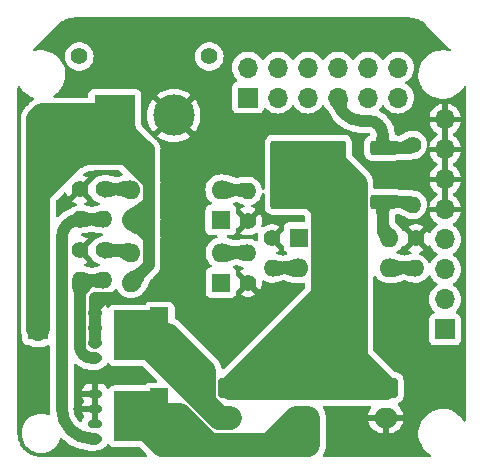
<source format=gbr>
%TF.GenerationSoftware,KiCad,Pcbnew,7.0.11*%
%TF.CreationDate,2025-01-11T16:00:56+09:00*%
%TF.ProjectId,Kicker,4b69636b-6572-42e6-9b69-6361645f7063,rev?*%
%TF.SameCoordinates,Original*%
%TF.FileFunction,Copper,L1,Top*%
%TF.FilePolarity,Positive*%
%FSLAX46Y46*%
G04 Gerber Fmt 4.6, Leading zero omitted, Abs format (unit mm)*
G04 Created by KiCad (PCBNEW 7.0.11) date 2025-01-11 16:00:56*
%MOMM*%
%LPD*%
G01*
G04 APERTURE LIST*
G04 Aperture macros list*
%AMRoundRect*
0 Rectangle with rounded corners*
0 $1 Rounding radius*
0 $2 $3 $4 $5 $6 $7 $8 $9 X,Y pos of 4 corners*
0 Add a 4 corners polygon primitive as box body*
4,1,4,$2,$3,$4,$5,$6,$7,$8,$9,$2,$3,0*
0 Add four circle primitives for the rounded corners*
1,1,$1+$1,$2,$3*
1,1,$1+$1,$4,$5*
1,1,$1+$1,$6,$7*
1,1,$1+$1,$8,$9*
0 Add four rect primitives between the rounded corners*
20,1,$1+$1,$2,$3,$4,$5,0*
20,1,$1+$1,$4,$5,$6,$7,0*
20,1,$1+$1,$6,$7,$8,$9,0*
20,1,$1+$1,$8,$9,$2,$3,0*%
%AMFreePoly0*
4,1,9,2.975000,-2.350000,1.425000,-2.350000,1.425000,-2.100000,-1.650000,-2.100000,-1.650000,2.100000,1.425000,2.100000,1.425000,2.350000,2.975000,2.350000,2.975000,-2.350000,2.975000,-2.350000,$1*%
G04 Aperture macros list end*
%TA.AperFunction,ComponentPad*%
%ADD10C,1.400000*%
%TD*%
%TA.AperFunction,ComponentPad*%
%ADD11O,1.400000X1.400000*%
%TD*%
%TA.AperFunction,SMDPad,CuDef*%
%ADD12RoundRect,0.175000X-0.400000X0.175000X-0.400000X-0.175000X0.400000X-0.175000X0.400000X0.175000X0*%
%TD*%
%TA.AperFunction,SMDPad,CuDef*%
%ADD13FreePoly0,0.000000*%
%TD*%
%TA.AperFunction,SMDPad,CuDef*%
%ADD14RoundRect,0.250000X0.850000X0.350000X-0.850000X0.350000X-0.850000X-0.350000X0.850000X-0.350000X0*%
%TD*%
%TA.AperFunction,SMDPad,CuDef*%
%ADD15RoundRect,0.250000X1.275000X1.125000X-1.275000X1.125000X-1.275000X-1.125000X1.275000X-1.125000X0*%
%TD*%
%TA.AperFunction,SMDPad,CuDef*%
%ADD16RoundRect,0.249997X2.950003X2.650003X-2.950003X2.650003X-2.950003X-2.650003X2.950003X-2.650003X0*%
%TD*%
%TA.AperFunction,ComponentPad*%
%ADD17R,3.500000X3.500000*%
%TD*%
%TA.AperFunction,ComponentPad*%
%ADD18C,3.500000*%
%TD*%
%TA.AperFunction,ComponentPad*%
%ADD19R,1.700000X1.700000*%
%TD*%
%TA.AperFunction,ComponentPad*%
%ADD20O,1.700000X1.700000*%
%TD*%
%TA.AperFunction,ComponentPad*%
%ADD21RoundRect,0.250000X-0.750000X0.600000X-0.750000X-0.600000X0.750000X-0.600000X0.750000X0.600000X0*%
%TD*%
%TA.AperFunction,ComponentPad*%
%ADD22O,2.000000X1.700000*%
%TD*%
%TA.AperFunction,ComponentPad*%
%ADD23R,1.600000X1.600000*%
%TD*%
%TA.AperFunction,ComponentPad*%
%ADD24O,1.600000X1.600000*%
%TD*%
%TA.AperFunction,ViaPad*%
%ADD25C,0.800000*%
%TD*%
%TA.AperFunction,Conductor*%
%ADD26C,1.000000*%
%TD*%
%TA.AperFunction,Conductor*%
%ADD27C,2.000000*%
%TD*%
G04 APERTURE END LIST*
D10*
%TO.P,R9,1*%
%TO.N,GND*%
X151394000Y-96819000D03*
D11*
%TO.P,R9,2*%
%TO.N,Net-(Q3-G)*%
X151394000Y-99359000D03*
%TD*%
D10*
%TO.P,R6,1*%
%TO.N,GND*%
X151384000Y-91648000D03*
D11*
%TO.P,R6,2*%
%TO.N,Net-(Q2-G)*%
X151384000Y-94188000D03*
%TD*%
D10*
%TO.P,R8,1*%
%TO.N,Net-(R8-Pad1)*%
X153426000Y-96819000D03*
D11*
%TO.P,R8,2*%
%TO.N,Net-(Q3-G)*%
X153426000Y-99359000D03*
%TD*%
D10*
%TO.P,R5,1*%
%TO.N,Net-(R5-Pad1)*%
X153416000Y-91648000D03*
D11*
%TO.P,R5,2*%
%TO.N,Net-(Q2-G)*%
X153416000Y-94188000D03*
%TD*%
D10*
%TO.P,R7,1*%
%TO.N,GND*%
X165618000Y-99563000D03*
D11*
%TO.P,R7,2*%
%TO.N,Net-(R7-Pad2)*%
X165618000Y-97023000D03*
%TD*%
D10*
%TO.P,R4,1*%
%TO.N,GND*%
X165608000Y-94342000D03*
D11*
%TO.P,R4,2*%
%TO.N,Net-(R4-Pad2)*%
X165608000Y-91802000D03*
%TD*%
D12*
%TO.P,Q3,3,S*%
%TO.N,GND*%
X152654000Y-102110000D03*
X152654000Y-103380000D03*
X152654000Y-104660000D03*
%TO.P,Q3,2,G*%
%TO.N,Net-(Q3-G)*%
X152654000Y-105930000D03*
D13*
%TO.P,Q3,1,D*%
%TO.N,/SOLE2-*%
X155924000Y-104020000D03*
%TD*%
D12*
%TO.P,Q2,3,S*%
%TO.N,GND*%
X152654000Y-108956000D03*
X152654000Y-110226000D03*
X152654000Y-111506000D03*
%TO.P,Q2,2,G*%
%TO.N,Net-(Q2-G)*%
X152654000Y-112776000D03*
D13*
%TO.P,Q2,1,D*%
%TO.N,/SOLE1-*%
X155924000Y-110866000D03*
%TD*%
D10*
%TO.P,R2,1*%
%TO.N,GND*%
X179832000Y-95808000D03*
D11*
%TO.P,R2,2*%
%TO.N,Net-(R2-Pad2)*%
X179832000Y-98348000D03*
%TD*%
D10*
%TO.P,R1,1*%
%TO.N,GND*%
X167640000Y-95808000D03*
D11*
%TO.P,R1,2*%
%TO.N,Net-(R1-Pad2)*%
X167640000Y-98348000D03*
%TD*%
D14*
%TO.P,Q1,3,S*%
%TO.N,+48V*%
X177038000Y-88141500D03*
D15*
%TO.P,Q1,1,D*%
%TO.N,/SOLE1+*%
X169063000Y-88896500D03*
X169063000Y-91946500D03*
D16*
X170738000Y-90421500D03*
D15*
X172413000Y-88896500D03*
X172413000Y-91946500D03*
D14*
%TO.P,Q1,2,G*%
%TO.N,Net-(Q1-G)*%
X177038000Y-92701500D03*
%TD*%
D10*
%TO.P,J3,*%
%TO.N,*%
X151345000Y-80398000D03*
X162345000Y-80398000D03*
D17*
%TO.P,J3,1,Pin_1*%
%TO.N,+12V*%
X154345000Y-85398000D03*
D18*
%TO.P,J3,2,Pin_2*%
%TO.N,GND*%
X159345000Y-85398000D03*
%TD*%
D19*
%TO.P,J2,1,Pin_1*%
%TO.N,/MDTX*%
X182320000Y-103517416D03*
D20*
%TO.P,J2,2,Pin_2*%
%TO.N,/MDRX*%
X182320000Y-100977416D03*
%TO.P,J2,3,Pin_3*%
%TO.N,/BLDC1*%
X182320000Y-98437416D03*
%TO.P,J2,4,Pin_4*%
%TO.N,/BLDC2*%
X182320000Y-95897416D03*
%TO.P,J2,5,Pin_5*%
%TO.N,GND*%
X182320000Y-93357416D03*
%TO.P,J2,6,Pin_6*%
X182320000Y-90817416D03*
%TO.P,J2,7,Pin_7*%
X182320000Y-88277416D03*
%TO.P,J2,8,Pin_8*%
X182320000Y-85737416D03*
%TD*%
D21*
%TO.P,C1,1*%
%TO.N,/SOLE1+*%
X177292000Y-108478000D03*
D22*
%TO.P,C1,2*%
%TO.N,GND*%
X177292000Y-110978000D03*
%TD*%
D21*
%TO.P,J6,1,Pin_1*%
%TO.N,/SOLE1+*%
X164101000Y-108478000D03*
D22*
%TO.P,J6,2,Pin_2*%
%TO.N,/SOLE2-*%
X164101000Y-110978000D03*
%TD*%
D23*
%TO.P,U1,1*%
%TO.N,/FET1*%
X169936000Y-95753000D03*
D24*
%TO.P,U1,2*%
%TO.N,Net-(R1-Pad2)*%
X169936000Y-98293000D03*
%TO.P,U1,3*%
%TO.N,Net-(R2-Pad2)*%
X177556000Y-98293000D03*
%TO.P,U1,4*%
%TO.N,Net-(Q1-G)*%
X177556000Y-95753000D03*
%TD*%
D11*
%TO.P,R3,2*%
%TO.N,Net-(Q1-G)*%
X179578000Y-92964000D03*
D10*
%TO.P,R3,1*%
%TO.N,+48V*%
X179578000Y-87884000D03*
%TD*%
D19*
%TO.P,J4,1,Pin_1*%
%TO.N,/MDTX*%
X165608000Y-83882000D03*
D20*
%TO.P,J4,2,Pin_2*%
%TO.N,/MDRX*%
X165608000Y-81342000D03*
%TO.P,J4,3,Pin_3*%
%TO.N,/FET1*%
X168148000Y-83882000D03*
%TO.P,J4,4,Pin_4*%
%TO.N,/FET2*%
X168148000Y-81342000D03*
%TO.P,J4,5,Pin_5*%
%TO.N,/FET3*%
X170688000Y-83882000D03*
%TO.P,J4,6,Pin_6*%
%TO.N,/BLDC1*%
X170688000Y-81342000D03*
%TO.P,J4,7,Pin_7*%
%TO.N,+48V*%
X173228000Y-83882000D03*
%TO.P,J4,8,Pin_8*%
%TO.N,/BLDC2*%
X173228000Y-81342000D03*
%TO.P,J4,9*%
%TO.N,N/C*%
X175768000Y-83882000D03*
%TO.P,J4,10*%
X175768000Y-81342000D03*
%TO.P,J4,11*%
X178308000Y-83882000D03*
%TO.P,J4,12*%
X178308000Y-81342000D03*
%TD*%
D19*
%TO.P,J1,1,Pin_1*%
%TO.N,+12V*%
X147878000Y-103517416D03*
D20*
%TO.P,J1,2,Pin_2*%
X147878000Y-100977416D03*
%TO.P,J1,3,Pin_3*%
X147878000Y-98437416D03*
%TO.P,J1,4,Pin_4*%
X147878000Y-95897416D03*
%TO.P,J1,5,Pin_5*%
X147878000Y-93357416D03*
%TO.P,J1,6,Pin_6*%
X147878000Y-90817416D03*
%TO.P,J1,7,Pin_7*%
X147878000Y-88277416D03*
%TO.P,J1,8,Pin_8*%
X147878000Y-85737416D03*
%TD*%
D23*
%TO.P,U3,1*%
%TO.N,/FET3*%
X163332000Y-99563000D03*
D24*
%TO.P,U3,2*%
%TO.N,Net-(R7-Pad2)*%
X163332000Y-97023000D03*
%TO.P,U3,3*%
%TO.N,Net-(R8-Pad1)*%
X155712000Y-97023000D03*
%TO.P,U3,4*%
%TO.N,+12V*%
X155712000Y-99563000D03*
%TD*%
D21*
%TO.P,J5,1,Pin_1*%
%TO.N,/SOLE1+*%
X170705000Y-108478000D03*
D22*
%TO.P,J5,2,Pin_2*%
%TO.N,/SOLE1-*%
X170705000Y-110978000D03*
%TD*%
D23*
%TO.P,U2,1*%
%TO.N,/FET2*%
X163322000Y-94234000D03*
D24*
%TO.P,U2,2*%
%TO.N,Net-(R4-Pad2)*%
X163322000Y-91694000D03*
%TO.P,U2,3*%
%TO.N,Net-(R5-Pad1)*%
X155702000Y-91694000D03*
%TO.P,U2,4*%
%TO.N,+12V*%
X155702000Y-94234000D03*
%TD*%
D25*
%TO.N,GND*%
X180310000Y-84170000D03*
X151290000Y-82750000D03*
X156780000Y-79360000D03*
X150630000Y-78220000D03*
X149980000Y-113620000D03*
X150000000Y-92870000D03*
X178510000Y-90540000D03*
X180890000Y-89530000D03*
X181030000Y-92110000D03*
X176040000Y-89710000D03*
X178520000Y-86400000D03*
X180980000Y-86970000D03*
X178500000Y-78190000D03*
X170180000Y-78160000D03*
X163070000Y-78100000D03*
X162440000Y-82070000D03*
X157090000Y-83580000D03*
X162420000Y-87430000D03*
X162890000Y-89970000D03*
X166580000Y-90430000D03*
X168390000Y-94290000D03*
X166590000Y-93140000D03*
X159470000Y-93790000D03*
X159450000Y-98210000D03*
X159520000Y-89170000D03*
X157170000Y-100670000D03*
X163170000Y-103090000D03*
X166500000Y-103070000D03*
X167240000Y-100030000D03*
X169740000Y-100020000D03*
X159960000Y-102250000D03*
X163620000Y-105920000D03*
X180250000Y-104610000D03*
X176750000Y-104650000D03*
X181990000Y-106150000D03*
X181990000Y-109320000D03*
X179180000Y-113660000D03*
X172750000Y-113710000D03*
X172770000Y-110560000D03*
X147520000Y-108950000D03*
X147540000Y-105820000D03*
X153780000Y-113810000D03*
X156200000Y-113900000D03*
X151230000Y-110240000D03*
X154200000Y-107430000D03*
X157060000Y-107610000D03*
X151290000Y-107100000D03*
X152654000Y-100838000D03*
X154432000Y-100838000D03*
%TD*%
D26*
%TO.N,+12V*%
X156520500Y-87573500D02*
X155758500Y-86811500D01*
X155758500Y-86811500D02*
X154345000Y-85398000D01*
X157212000Y-91082679D02*
X155758500Y-89629179D01*
X155758500Y-89629179D02*
X155758500Y-86811500D01*
X157212000Y-88265000D02*
X156520500Y-87573500D01*
X157212000Y-91082679D02*
X156520500Y-90391179D01*
X156520500Y-90391179D02*
X156520500Y-87573500D01*
X157212000Y-91186000D02*
X157212000Y-88265000D01*
X157212000Y-92710000D02*
X157212000Y-91186000D01*
D27*
X152806000Y-87020000D02*
X150774000Y-89052000D01*
X150774000Y-89052000D02*
X147878000Y-91948000D01*
D26*
X157212000Y-91186000D02*
X157212000Y-91082679D01*
X155181321Y-89052000D02*
X150774000Y-89052000D01*
X157212000Y-91082679D02*
X155181321Y-89052000D01*
X157212000Y-98063000D02*
X157212000Y-94234000D01*
X157212000Y-94234000D02*
X157212000Y-92710000D01*
X155702000Y-94234000D02*
X157212000Y-94234000D01*
X155702000Y-94234000D02*
X157212000Y-92724000D01*
X157212000Y-92724000D02*
X157212000Y-92710000D01*
X155712000Y-99563000D02*
X157212000Y-98063000D01*
X157212000Y-98063000D02*
X157212000Y-95744000D01*
X157212000Y-95744000D02*
X155702000Y-94234000D01*
D27*
%TO.N,/SOLE1+*%
X169063000Y-91946500D02*
X169363000Y-91946500D01*
X169363000Y-91946500D02*
X172413000Y-88896500D01*
X169063000Y-88896500D02*
X169063000Y-91946500D01*
X169063000Y-88896500D02*
X172413000Y-88896500D01*
X169809000Y-105293000D02*
X166624000Y-108478000D01*
X170698000Y-104404000D02*
X169809000Y-105293000D01*
X166624000Y-108478000D02*
X169418000Y-108478000D01*
X169418000Y-108478000D02*
X172212000Y-108478000D01*
X169809000Y-105293000D02*
X169418000Y-105684000D01*
X169418000Y-105684000D02*
X169418000Y-108478000D01*
X172222000Y-102880000D02*
X170698000Y-104404000D01*
X170698000Y-104404000D02*
X170705000Y-104411000D01*
X170705000Y-104411000D02*
X170705000Y-108478000D01*
X173482000Y-101620000D02*
X172222000Y-102880000D01*
X172212000Y-108478000D02*
X174752000Y-108478000D01*
X172222000Y-102880000D02*
X172212000Y-102890000D01*
X172212000Y-102890000D02*
X172212000Y-108478000D01*
X174752000Y-108478000D02*
X177292000Y-108478000D01*
X173482000Y-101620000D02*
X173482000Y-107208000D01*
X173482000Y-107208000D02*
X174752000Y-108478000D01*
X170738000Y-90982000D02*
X173482000Y-93726000D01*
X173482000Y-93726000D02*
X173482000Y-101620000D01*
X170738000Y-90421500D02*
X170738000Y-90982000D01*
X164101000Y-108478000D02*
X166624000Y-108478000D01*
X169063000Y-91946500D02*
X170588000Y-91946500D01*
X171936000Y-93294500D02*
X171936000Y-100643000D01*
X170588000Y-91946500D02*
X171936000Y-93294500D01*
X171936000Y-100643000D02*
X164101000Y-108478000D01*
X177292000Y-108478000D02*
X174738000Y-105924000D01*
X174738000Y-105924000D02*
X174738000Y-91221500D01*
X174738000Y-91221500D02*
X172413000Y-88896500D01*
%TO.N,/SOLE1-*%
X170705000Y-113300000D02*
X167386000Y-113300000D01*
X167386000Y-113300000D02*
X163068000Y-113300000D01*
X170705000Y-110978000D02*
X169708000Y-110978000D01*
X169708000Y-110978000D02*
X167386000Y-113300000D01*
%TO.N,/SOLE2-*%
X163193462Y-110978000D02*
X161901000Y-109685538D01*
X158884000Y-104020000D02*
X155924000Y-104020000D01*
X161901000Y-109685538D02*
X161901000Y-107037000D01*
X161901000Y-107037000D02*
X158884000Y-104020000D01*
%TO.N,/SOLE1-*%
X159848192Y-110744000D02*
X160950096Y-111845904D01*
X156903904Y-111845904D02*
X160950096Y-111845904D01*
X160950096Y-111845904D02*
X162404192Y-113300000D01*
X155924000Y-110866000D02*
X156903904Y-111845904D01*
X163068000Y-113300000D02*
X158358000Y-113300000D01*
X156046000Y-110744000D02*
X159848192Y-110744000D01*
X155924000Y-110866000D02*
X156046000Y-110744000D01*
X162404192Y-113300000D02*
X163068000Y-113300000D01*
%TO.N,/SOLE2-*%
X164101000Y-110978000D02*
X163193462Y-110978000D01*
X163193462Y-110978000D02*
X156235462Y-104020000D01*
X156235462Y-104020000D02*
X155924000Y-104020000D01*
%TO.N,/SOLE1-*%
X170705000Y-110978000D02*
X170705000Y-113300000D01*
X158358000Y-113300000D02*
X155924000Y-110866000D01*
D26*
%TO.N,Net-(Q2-G)*%
X151384000Y-94188000D02*
G75*
G03*
X149860000Y-95712002I0J-1524000D01*
G01*
X152654000Y-112776000D02*
X152429745Y-112776000D01*
X149860000Y-110206255D02*
G75*
G03*
X152429745Y-112776000I2569700J-45D01*
G01*
X149860000Y-110206255D02*
X149860000Y-95712002D01*
%TO.N,Net-(Q3-G)*%
X151379000Y-104909598D02*
X151379000Y-100330000D01*
X151379000Y-100330000D02*
X151379000Y-99374000D01*
X151394000Y-99359000D02*
X152400000Y-99359000D01*
X152400000Y-99359000D02*
X153426000Y-99359000D01*
X152400000Y-99359000D02*
X152350000Y-99359000D01*
X152350000Y-99359000D02*
X151379000Y-100330000D01*
X151379000Y-104909598D02*
G75*
G03*
X152399402Y-105930000I1020400J-2D01*
G01*
X152654000Y-105930000D02*
X152399402Y-105930000D01*
X151379000Y-99374000D02*
X151394000Y-99359000D01*
%TO.N,GND*%
X153924000Y-100838000D02*
X154432000Y-100838000D01*
X152654000Y-100838000D02*
X153924000Y-100838000D01*
X152654000Y-101600000D02*
X152654000Y-100838000D01*
X153924000Y-100838000D02*
X153416000Y-100838000D01*
X152654000Y-102110000D02*
X152654000Y-101600000D01*
X153416000Y-100838000D02*
X152654000Y-101600000D01*
X152654000Y-104660000D02*
X152654000Y-102110000D01*
D27*
%TO.N,+12V*%
X147878000Y-90817416D02*
X150208708Y-88486708D01*
X150208708Y-88486708D02*
X150716708Y-87978708D01*
X154345000Y-85398000D02*
X154345000Y-88225000D01*
X154083292Y-88486708D02*
X150208708Y-88486708D01*
X154345000Y-88225000D02*
X154083292Y-88486708D01*
X154345000Y-85398000D02*
X150368000Y-85398000D01*
X150368000Y-85398000D02*
X148217416Y-85398000D01*
X147878000Y-88277416D02*
X150368000Y-85787416D01*
X150368000Y-85787416D02*
X150368000Y-85398000D01*
X150716708Y-87978708D02*
X151675416Y-87020000D01*
X147878000Y-88277416D02*
X150418000Y-88277416D01*
X150418000Y-88277416D02*
X150716708Y-87978708D01*
X154345000Y-85481000D02*
X152806000Y-87020000D01*
X151675416Y-87020000D02*
X152806000Y-87020000D01*
X147878000Y-85737416D02*
X147878000Y-91948000D01*
X147878000Y-91948000D02*
X147878000Y-103517416D01*
X154345000Y-85398000D02*
X154345000Y-85481000D01*
X148217416Y-85398000D02*
X147878000Y-85737416D01*
D26*
%TO.N,Net-(R5-Pad1)*%
X153416000Y-91648000D02*
X155656000Y-91648000D01*
X155656000Y-91648000D02*
X155702000Y-91694000D01*
%TO.N,Net-(R8-Pad1)*%
X153426000Y-96819000D02*
X155508000Y-96819000D01*
X155508000Y-96819000D02*
X155712000Y-97023000D01*
%TO.N,Net-(Q2-G)*%
X151384000Y-94188000D02*
X153416000Y-94188000D01*
%TO.N,Net-(R4-Pad2)*%
X163322000Y-91694000D02*
X165500000Y-91694000D01*
X165500000Y-91694000D02*
X165608000Y-91802000D01*
%TO.N,Net-(R7-Pad2)*%
X163332000Y-97023000D02*
X165618000Y-97023000D01*
%TO.N,Net-(R1-Pad2)*%
X169936000Y-98293000D02*
X167695000Y-98293000D01*
X167695000Y-98293000D02*
X167640000Y-98348000D01*
%TO.N,Net-(R2-Pad2)*%
X177556000Y-98293000D02*
X179777000Y-98293000D01*
X179777000Y-98293000D02*
X179832000Y-98348000D01*
%TO.N,Net-(Q1-G)*%
X177038000Y-92701500D02*
X177038000Y-95235000D01*
X177038000Y-95235000D02*
X177556000Y-95753000D01*
X177038000Y-92701500D02*
X179315500Y-92701500D01*
X179315500Y-92701500D02*
X179578000Y-92964000D01*
%TO.N,+48V*%
X178308000Y-88141500D02*
X177803500Y-88141500D01*
X178308000Y-88141500D02*
X179320500Y-88141500D01*
X177038000Y-88141500D02*
X178308000Y-88141500D01*
X177038000Y-87376000D02*
X177038000Y-87045025D01*
X177038000Y-88141500D02*
X177038000Y-87376000D01*
X179320500Y-88141500D02*
X179578000Y-87884000D01*
X173228000Y-83882000D02*
G75*
G03*
X175197992Y-85852000I1970000J0D01*
G01*
X177038000Y-87045025D02*
G75*
G03*
X175844975Y-85852000I-1193000J25D01*
G01*
X175844975Y-85852000D02*
X175197992Y-85852000D01*
%TD*%
%TA.AperFunction,Conductor*%
%TO.N,GND*%
G36*
X146305703Y-82944382D02*
G01*
X146327296Y-82968749D01*
X146480238Y-83195496D01*
X146502306Y-83220005D01*
X146672120Y-83408603D01*
X146672127Y-83408610D01*
X146891797Y-83592936D01*
X146891801Y-83592939D01*
X146891803Y-83592940D01*
X147134998Y-83744905D01*
X147254823Y-83798255D01*
X147396962Y-83861540D01*
X147396967Y-83861541D01*
X147396975Y-83861545D01*
X147434349Y-83872261D01*
X147493365Y-83909662D01*
X147522793Y-83973032D01*
X147513289Y-84042252D01*
X147467991Y-84095267D01*
X147424827Y-84123467D01*
X147420481Y-84126180D01*
X147342519Y-84172635D01*
X147324599Y-84187813D01*
X147312286Y-84196994D01*
X147292630Y-84209835D01*
X147292627Y-84209838D01*
X147225864Y-84271298D01*
X147222024Y-84274689D01*
X147200293Y-84293094D01*
X147200281Y-84293104D01*
X147180155Y-84313231D01*
X147176461Y-84316776D01*
X147109678Y-84378255D01*
X147095248Y-84396794D01*
X147085080Y-84408306D01*
X146888306Y-84605080D01*
X146876794Y-84615248D01*
X146858255Y-84629678D01*
X146796776Y-84696461D01*
X146793231Y-84700155D01*
X146773104Y-84720281D01*
X146773094Y-84720293D01*
X146754689Y-84742024D01*
X146751298Y-84745864D01*
X146689838Y-84812627D01*
X146689835Y-84812630D01*
X146676994Y-84832286D01*
X146667813Y-84844599D01*
X146652635Y-84862520D01*
X146606174Y-84940490D01*
X146603462Y-84944833D01*
X146553829Y-85020805D01*
X146553824Y-85020813D01*
X146544397Y-85042305D01*
X146537367Y-85055962D01*
X146525348Y-85076132D01*
X146525343Y-85076142D01*
X146492347Y-85160704D01*
X146490386Y-85165437D01*
X146453937Y-85248534D01*
X146453935Y-85248539D01*
X146448169Y-85271306D01*
X146443484Y-85285931D01*
X146434953Y-85307795D01*
X146434948Y-85307811D01*
X146416324Y-85396627D01*
X146415170Y-85401617D01*
X146392892Y-85489591D01*
X146392890Y-85489602D01*
X146390952Y-85512993D01*
X146388737Y-85528194D01*
X146383920Y-85551166D01*
X146383919Y-85551179D01*
X146380168Y-85641856D01*
X146379851Y-85646966D01*
X146377500Y-85675350D01*
X146377500Y-85703818D01*
X146377394Y-85708942D01*
X146373642Y-85799635D01*
X146376548Y-85822942D01*
X146377500Y-85838279D01*
X146377500Y-88243818D01*
X146377394Y-88248942D01*
X146373642Y-88339635D01*
X146376548Y-88362942D01*
X146377500Y-88378279D01*
X146377500Y-90783818D01*
X146377394Y-90788942D01*
X146373642Y-90879635D01*
X146376548Y-90902942D01*
X146377500Y-90918279D01*
X146377500Y-91914402D01*
X146377394Y-91919526D01*
X146373642Y-92010219D01*
X146376548Y-92033526D01*
X146377500Y-92048863D01*
X146377500Y-103579493D01*
X146392890Y-103765229D01*
X146392892Y-103765240D01*
X146453936Y-104006295D01*
X146517056Y-104150195D01*
X146527500Y-104200004D01*
X146527500Y-104415285D01*
X146527501Y-104415292D01*
X146533908Y-104474899D01*
X146584202Y-104609744D01*
X146584206Y-104609751D01*
X146670452Y-104724960D01*
X146670455Y-104724963D01*
X146785664Y-104811209D01*
X146785671Y-104811213D01*
X146830618Y-104827977D01*
X146920517Y-104861507D01*
X146980127Y-104867916D01*
X147189441Y-104867915D01*
X147248458Y-104882859D01*
X147273190Y-104896244D01*
X147273193Y-104896245D01*
X147273195Y-104896246D01*
X147508383Y-104976986D01*
X147508386Y-104976987D01*
X147753665Y-105017916D01*
X148002335Y-105017916D01*
X148247614Y-104976987D01*
X148482810Y-104896244D01*
X148507541Y-104882859D01*
X148566559Y-104867915D01*
X148735500Y-104867915D01*
X148802539Y-104887600D01*
X148848294Y-104940404D01*
X148859500Y-104991915D01*
X148859500Y-110196687D01*
X148859500Y-110206237D01*
X148859497Y-110381634D01*
X148870082Y-110489119D01*
X148884633Y-110636891D01*
X148871613Y-110705537D01*
X148823547Y-110756246D01*
X148755696Y-110772919D01*
X148713777Y-110763604D01*
X148696013Y-110756246D01*
X148621610Y-110725427D01*
X148621611Y-110725427D01*
X148410659Y-110674782D01*
X148368994Y-110664779D01*
X148368992Y-110664778D01*
X148368991Y-110664778D01*
X148174858Y-110649500D01*
X148174853Y-110649500D01*
X148045147Y-110649500D01*
X148045141Y-110649500D01*
X147851009Y-110664778D01*
X147598389Y-110725427D01*
X147358376Y-110824843D01*
X147136859Y-110960588D01*
X146939311Y-111129311D01*
X146770588Y-111326859D01*
X146634843Y-111548376D01*
X146535427Y-111788389D01*
X146474778Y-112041009D01*
X146454396Y-112300000D01*
X146474778Y-112558990D01*
X146535427Y-112811610D01*
X146634843Y-113051623D01*
X146634845Y-113051627D01*
X146634846Y-113051628D01*
X146770588Y-113273140D01*
X146939311Y-113470689D01*
X147136860Y-113639412D01*
X147358372Y-113775154D01*
X147358374Y-113775154D01*
X147358376Y-113775156D01*
X147391519Y-113788884D01*
X147598390Y-113874573D01*
X147851006Y-113935221D01*
X148045147Y-113950500D01*
X148045155Y-113950500D01*
X148174845Y-113950500D01*
X148174853Y-113950500D01*
X148368994Y-113935221D01*
X148621610Y-113874573D01*
X148861628Y-113775154D01*
X149083140Y-113639412D01*
X149280689Y-113470689D01*
X149449412Y-113273140D01*
X149585154Y-113051628D01*
X149684573Y-112811610D01*
X149688015Y-112797273D01*
X149691237Y-112783854D01*
X149726027Y-112723262D01*
X149788053Y-112691097D01*
X149857622Y-112697573D01*
X149899492Y-112725119D01*
X150029204Y-112854831D01*
X150029209Y-112854835D01*
X150029211Y-112854837D01*
X150300379Y-113077377D01*
X150592053Y-113272266D01*
X150783755Y-113374731D01*
X150876549Y-113424330D01*
X150901427Y-113437627D01*
X151225518Y-113571867D01*
X151448194Y-113639412D01*
X151547760Y-113669614D01*
X151561208Y-113673693D01*
X151905261Y-113742125D01*
X152254366Y-113776503D01*
X152429763Y-113776500D01*
X152704742Y-113776500D01*
X152704743Y-113776500D01*
X152856439Y-113761074D01*
X153050579Y-113700162D01*
X153050579Y-113700161D01*
X153050588Y-113700159D01*
X153206078Y-113613854D01*
X153229348Y-113603895D01*
X153333270Y-113571512D01*
X153473653Y-113486648D01*
X153589648Y-113370653D01*
X153656136Y-113260666D01*
X153707661Y-113213480D01*
X153776520Y-113201641D01*
X153840850Y-113228909D01*
X153866567Y-113257777D01*
X153891855Y-113297125D01*
X153891857Y-113297128D01*
X154000627Y-113391377D01*
X154131543Y-113451165D01*
X154274000Y-113471647D01*
X156356257Y-113471647D01*
X156423296Y-113491332D01*
X156443938Y-113507966D01*
X157023791Y-114087819D01*
X157057276Y-114149142D01*
X157052292Y-114218834D01*
X157010420Y-114274767D01*
X156944956Y-114299184D01*
X156936110Y-114299500D01*
X148144506Y-114299500D01*
X148142295Y-114299480D01*
X148140227Y-114299443D01*
X148102262Y-114298765D01*
X148097838Y-114298607D01*
X148035651Y-114295273D01*
X148034176Y-114295185D01*
X148016819Y-114294047D01*
X148016088Y-114293997D01*
X147959911Y-114289980D01*
X147955500Y-114289586D01*
X147820495Y-114275072D01*
X147811733Y-114273812D01*
X147680293Y-114250097D01*
X147671644Y-114248215D01*
X147542259Y-114215191D01*
X147533766Y-114212697D01*
X147407056Y-114170524D01*
X147398774Y-114167435D01*
X147275377Y-114116323D01*
X147267328Y-114112647D01*
X147147912Y-114052872D01*
X147140143Y-114048630D01*
X147025280Y-113980479D01*
X147017833Y-113975693D01*
X147001399Y-113964283D01*
X146908138Y-113899530D01*
X146901057Y-113894229D01*
X146797063Y-113810425D01*
X146790373Y-113804628D01*
X146692631Y-113713626D01*
X146686372Y-113707368D01*
X146595362Y-113609617D01*
X146589566Y-113602927D01*
X146505779Y-113498954D01*
X146500474Y-113491868D01*
X146472213Y-113451165D01*
X146424298Y-113382154D01*
X146419528Y-113374731D01*
X146351361Y-113259842D01*
X146347127Y-113252087D01*
X146318053Y-113194005D01*
X146287351Y-113132669D01*
X146283677Y-113124624D01*
X146232572Y-113001245D01*
X146229479Y-112992952D01*
X146216896Y-112955149D01*
X146187297Y-112866219D01*
X146184808Y-112857740D01*
X146184066Y-112854831D01*
X146151777Y-112728325D01*
X146149904Y-112719717D01*
X146126183Y-112588243D01*
X146124929Y-112579523D01*
X146110413Y-112444500D01*
X146110020Y-112440095D01*
X146105979Y-112383599D01*
X146104799Y-112365603D01*
X146104731Y-112364447D01*
X146101390Y-112302135D01*
X146101234Y-112297738D01*
X146100520Y-112257703D01*
X146100500Y-112255492D01*
X146100500Y-83038095D01*
X146120185Y-82971056D01*
X146172989Y-82925301D01*
X146242147Y-82915357D01*
X146305703Y-82944382D01*
G37*
%TD.AperFunction*%
%TA.AperFunction,Conductor*%
G36*
X179237722Y-77099506D02*
G01*
X179240910Y-77099558D01*
X179269511Y-77100025D01*
X179273516Y-77100156D01*
X179335991Y-77103224D01*
X179337884Y-77103333D01*
X179400097Y-77107411D01*
X179404068Y-77107736D01*
X179528036Y-77119944D01*
X179536072Y-77121003D01*
X179656912Y-77140951D01*
X179664849Y-77142529D01*
X179775675Y-77168368D01*
X179784148Y-77170344D01*
X179791986Y-77172444D01*
X179862578Y-77193856D01*
X179909201Y-77207999D01*
X179916868Y-77210601D01*
X180021541Y-77249995D01*
X180031511Y-77253748D01*
X180039008Y-77256853D01*
X180150591Y-77307409D01*
X180157822Y-77310975D01*
X180265876Y-77368729D01*
X180272877Y-77372771D01*
X180316761Y-77400058D01*
X180376899Y-77437454D01*
X180383648Y-77441964D01*
X180483193Y-77513298D01*
X180489632Y-77518239D01*
X180585888Y-77597243D01*
X180585890Y-77597244D01*
X180588942Y-77599833D01*
X180635926Y-77641042D01*
X180637292Y-77642260D01*
X180683560Y-77684200D01*
X180686486Y-77686940D01*
X180708327Y-77708079D01*
X180709338Y-77709057D01*
X180710781Y-77710478D01*
X182752431Y-79752127D01*
X182785916Y-79813450D01*
X182780932Y-79883142D01*
X182739060Y-79939075D01*
X182673596Y-79963492D01*
X182630572Y-79959005D01*
X182580976Y-79944784D01*
X182527364Y-79929411D01*
X182527360Y-79929410D01*
X182527355Y-79929409D01*
X182243389Y-79889500D01*
X182243385Y-79889500D01*
X182028396Y-79889500D01*
X182028383Y-79889500D01*
X181813925Y-79904497D01*
X181813921Y-79904497D01*
X181533427Y-79964119D01*
X181263954Y-80062199D01*
X181010752Y-80196827D01*
X181010745Y-80196832D01*
X180778753Y-80365383D01*
X180778746Y-80365389D01*
X180572459Y-80564599D01*
X180395907Y-80790574D01*
X180252525Y-81038920D01*
X180252519Y-81038932D01*
X180145097Y-81304811D01*
X180110711Y-81442728D01*
X180075721Y-81583065D01*
X180061840Y-81715137D01*
X180045744Y-81868274D01*
X180055752Y-82154855D01*
X180055753Y-82154862D01*
X180105549Y-82437269D01*
X180105550Y-82437273D01*
X180194168Y-82710010D01*
X180319874Y-82967745D01*
X180319877Y-82967749D01*
X180319879Y-82967753D01*
X180480238Y-83205496D01*
X180493302Y-83220005D01*
X180672120Y-83418603D01*
X180672127Y-83418610D01*
X180891797Y-83602936D01*
X181118994Y-83744905D01*
X181134998Y-83754905D01*
X181253800Y-83807799D01*
X181396962Y-83871540D01*
X181396967Y-83871541D01*
X181396975Y-83871545D01*
X181672636Y-83950589D01*
X181672641Y-83950589D01*
X181672646Y-83950591D01*
X181861955Y-83977196D01*
X181956610Y-83990499D01*
X181956612Y-83990500D01*
X181956615Y-83990500D01*
X182171592Y-83990500D01*
X182171604Y-83990500D01*
X182386071Y-83975503D01*
X182386076Y-83975502D01*
X182386078Y-83975502D01*
X182550328Y-83940589D01*
X182666575Y-83915880D01*
X182936050Y-83817799D01*
X183189253Y-83683169D01*
X183421254Y-83514610D01*
X183627539Y-83315403D01*
X183804093Y-83089425D01*
X183868113Y-82978537D01*
X183918679Y-82930323D01*
X183987286Y-82917099D01*
X184052151Y-82943067D01*
X184092680Y-82999981D01*
X184099500Y-83040538D01*
X184099500Y-111191904D01*
X184079815Y-111258943D01*
X184027011Y-111304698D01*
X183957853Y-111314642D01*
X183894297Y-111285617D01*
X183872699Y-111261244D01*
X183865086Y-111249957D01*
X183719762Y-111034504D01*
X183563009Y-110860412D01*
X183527879Y-110821396D01*
X183527872Y-110821389D01*
X183308202Y-110637063D01*
X183065006Y-110485097D01*
X183065004Y-110485096D01*
X182803037Y-110368459D01*
X182803027Y-110368456D01*
X182803025Y-110368455D01*
X182527364Y-110289411D01*
X182527362Y-110289410D01*
X182527353Y-110289408D01*
X182243389Y-110249500D01*
X182243385Y-110249500D01*
X182028396Y-110249500D01*
X182028383Y-110249500D01*
X181813925Y-110264497D01*
X181813921Y-110264497D01*
X181533427Y-110324119D01*
X181263954Y-110422199D01*
X181010752Y-110556827D01*
X181010745Y-110556832D01*
X180778753Y-110725383D01*
X180778746Y-110725389D01*
X180572459Y-110924599D01*
X180395907Y-111150574D01*
X180252525Y-111398920D01*
X180252519Y-111398932D01*
X180145097Y-111664811D01*
X180075721Y-111943065D01*
X180045744Y-112228274D01*
X180055752Y-112514855D01*
X180055753Y-112514862D01*
X180105549Y-112797269D01*
X180105550Y-112797273D01*
X180194168Y-113070010D01*
X180319874Y-113327745D01*
X180319877Y-113327749D01*
X180319879Y-113327753D01*
X180480238Y-113565496D01*
X180530980Y-113621851D01*
X180672120Y-113778603D01*
X180672127Y-113778610D01*
X180891797Y-113962936D01*
X180891801Y-113962939D01*
X180891803Y-113962940D01*
X180977688Y-114016607D01*
X181063682Y-114070342D01*
X181110104Y-114122561D01*
X181120924Y-114191588D01*
X181092708Y-114255507D01*
X181034414Y-114294024D01*
X180997972Y-114299500D01*
X172078331Y-114299500D01*
X172011292Y-114279815D01*
X171965537Y-114227011D01*
X171955593Y-114157853D01*
X171969275Y-114116485D01*
X171979255Y-114098043D01*
X171992679Y-114073236D01*
X171997911Y-114064455D01*
X172029173Y-114016607D01*
X172052126Y-113964275D01*
X172056617Y-113955089D01*
X172083828Y-113904810D01*
X172102387Y-113850745D01*
X172106103Y-113841220D01*
X172129063Y-113788881D01*
X172132198Y-113776503D01*
X172143088Y-113733494D01*
X172146005Y-113723690D01*
X172164571Y-113669614D01*
X172173978Y-113613237D01*
X172176079Y-113603218D01*
X172184019Y-113571867D01*
X172190108Y-113547821D01*
X172194827Y-113490859D01*
X172196094Y-113480696D01*
X172205500Y-113424335D01*
X172205500Y-113175665D01*
X172205500Y-111042379D01*
X172205972Y-111031571D01*
X172210659Y-110978000D01*
X172210659Y-110977999D01*
X172205972Y-110924428D01*
X172205500Y-110913620D01*
X172205500Y-110853669D01*
X172205500Y-110853666D01*
X172205500Y-110853665D01*
X172196093Y-110797296D01*
X172194826Y-110787130D01*
X172192877Y-110763604D01*
X172190108Y-110730179D01*
X172176076Y-110674768D01*
X172173976Y-110664749D01*
X172164572Y-110608391D01*
X172164571Y-110608390D01*
X172164571Y-110608386D01*
X172146008Y-110554315D01*
X172143088Y-110544505D01*
X172129064Y-110489122D01*
X172127298Y-110485097D01*
X172106109Y-110436791D01*
X172102384Y-110427245D01*
X172083828Y-110373190D01*
X172081265Y-110368455D01*
X172056623Y-110322921D01*
X172052126Y-110313723D01*
X172029173Y-110261393D01*
X172021403Y-110249500D01*
X171997918Y-110213553D01*
X171992676Y-110204757D01*
X171969275Y-110161516D01*
X171954681Y-110093188D01*
X171979344Y-110027816D01*
X172035435Y-109986156D01*
X172078331Y-109978500D01*
X172087665Y-109978500D01*
X172149933Y-109978500D01*
X174689933Y-109978500D01*
X174718412Y-109978500D01*
X174723536Y-109978605D01*
X174814221Y-109982357D01*
X174837526Y-109979452D01*
X174852863Y-109978500D01*
X175955611Y-109978500D01*
X176022650Y-109998185D01*
X176068405Y-110050989D01*
X176078349Y-110120147D01*
X176057185Y-110173624D01*
X175968404Y-110300414D01*
X175968400Y-110300420D01*
X175868570Y-110514507D01*
X175868567Y-110514513D01*
X175811364Y-110727999D01*
X175811364Y-110728000D01*
X176858314Y-110728000D01*
X176832507Y-110768156D01*
X176792000Y-110906111D01*
X176792000Y-111049889D01*
X176832507Y-111187844D01*
X176858314Y-111228000D01*
X175811364Y-111228000D01*
X175868567Y-111441486D01*
X175868570Y-111441492D01*
X175968399Y-111655577D01*
X175968400Y-111655579D01*
X176103886Y-111849073D01*
X176103891Y-111849079D01*
X176270920Y-112016108D01*
X176270926Y-112016113D01*
X176464420Y-112151599D01*
X176464422Y-112151600D01*
X176678507Y-112251429D01*
X176678516Y-112251433D01*
X176906673Y-112312567D01*
X176906684Y-112312569D01*
X177041999Y-112324407D01*
X177042000Y-112324407D01*
X177042000Y-111413501D01*
X177149685Y-111462680D01*
X177256237Y-111478000D01*
X177327763Y-111478000D01*
X177434315Y-111462680D01*
X177542000Y-111413501D01*
X177542000Y-112324407D01*
X177677315Y-112312569D01*
X177677326Y-112312567D01*
X177905483Y-112251433D01*
X177905492Y-112251429D01*
X178119577Y-112151600D01*
X178119579Y-112151599D01*
X178313073Y-112016113D01*
X178313079Y-112016108D01*
X178480105Y-111849082D01*
X178615600Y-111655578D01*
X178715429Y-111441492D01*
X178715432Y-111441486D01*
X178772636Y-111228000D01*
X177725686Y-111228000D01*
X177751493Y-111187844D01*
X177792000Y-111049889D01*
X177792000Y-110906111D01*
X177751493Y-110768156D01*
X177725686Y-110728000D01*
X178772636Y-110728000D01*
X178772635Y-110727999D01*
X178715432Y-110514513D01*
X178715429Y-110514507D01*
X178615600Y-110300422D01*
X178615599Y-110300420D01*
X178480113Y-110106926D01*
X178332856Y-109959668D01*
X178299372Y-109898345D01*
X178304356Y-109828653D01*
X178346228Y-109772720D01*
X178355442Y-109766448D01*
X178361334Y-109762814D01*
X178510656Y-109670712D01*
X178634712Y-109546656D01*
X178726814Y-109397334D01*
X178781999Y-109230797D01*
X178792500Y-109128009D01*
X178792499Y-108578862D01*
X178793452Y-108563521D01*
X178796357Y-108540221D01*
X178792606Y-108449535D01*
X178792500Y-108444410D01*
X178792500Y-108346070D01*
X178792499Y-108346052D01*
X178792499Y-107827998D01*
X178792498Y-107827981D01*
X178781999Y-107725203D01*
X178781998Y-107725200D01*
X178726814Y-107558666D01*
X178634712Y-107409344D01*
X178510656Y-107285288D01*
X178361334Y-107193186D01*
X178194797Y-107138001D01*
X178194794Y-107138000D01*
X178104170Y-107128742D01*
X178039478Y-107102346D01*
X178029092Y-107093065D01*
X176274819Y-105338791D01*
X176241334Y-105277468D01*
X176238500Y-105251110D01*
X176238500Y-99072045D01*
X176258185Y-99005006D01*
X176310989Y-98959251D01*
X176380147Y-98949307D01*
X176443703Y-98978332D01*
X176464073Y-99000920D01*
X176503245Y-99056864D01*
X176555954Y-99132141D01*
X176716858Y-99293045D01*
X176741248Y-99310123D01*
X176903266Y-99423568D01*
X177109504Y-99519739D01*
X177109509Y-99519740D01*
X177109511Y-99519741D01*
X177131366Y-99525597D01*
X177329308Y-99578635D01*
X177556000Y-99598468D01*
X177584899Y-99595938D01*
X177603777Y-99595731D01*
X177607821Y-99595995D01*
X177994975Y-99565859D01*
X178040657Y-99560201D01*
X178042758Y-99559843D01*
X178087839Y-99550025D01*
X178365869Y-99476040D01*
X178389464Y-99469143D01*
X178390527Y-99468804D01*
X178412879Y-99461095D01*
X178623362Y-99382949D01*
X178634596Y-99379379D01*
X178751503Y-99348268D01*
X178814640Y-99348102D01*
X178877649Y-99364513D01*
X178888683Y-99367946D01*
X179068269Y-99433180D01*
X179090866Y-99440789D01*
X179090872Y-99440791D01*
X179091930Y-99441120D01*
X179111054Y-99446578D01*
X179114491Y-99447559D01*
X179345079Y-99507617D01*
X179355749Y-99510396D01*
X179361475Y-99511617D01*
X179399894Y-99519811D01*
X179401258Y-99520038D01*
X179401941Y-99520153D01*
X179401944Y-99520153D01*
X179401954Y-99520155D01*
X179446785Y-99525596D01*
X179446792Y-99525596D01*
X179446796Y-99525597D01*
X179500320Y-99529677D01*
X179695827Y-99544583D01*
X179709178Y-99546335D01*
X179720757Y-99548500D01*
X179742468Y-99548500D01*
X179751893Y-99548858D01*
X179763293Y-99549728D01*
X179780997Y-99551078D01*
X179793489Y-99551797D01*
X179799734Y-99552157D01*
X179800606Y-99552191D01*
X179873618Y-99549755D01*
X179873627Y-99549752D01*
X179873805Y-99549728D01*
X179891215Y-99548500D01*
X179943241Y-99548500D01*
X179943243Y-99548500D01*
X180161940Y-99507618D01*
X180369401Y-99427247D01*
X180558562Y-99310124D01*
X180722981Y-99160236D01*
X180857058Y-98982689D01*
X180859661Y-98977460D01*
X180907158Y-98926221D01*
X180974820Y-98908794D01*
X181041162Y-98930713D01*
X181083047Y-98980319D01*
X181094559Y-99005006D01*
X181137565Y-99097233D01*
X181145965Y-99115245D01*
X181145967Y-99115250D01*
X181281501Y-99308811D01*
X181281506Y-99308818D01*
X181448597Y-99475909D01*
X181448603Y-99475914D01*
X181634158Y-99605841D01*
X181677783Y-99660418D01*
X181684977Y-99729916D01*
X181653454Y-99792271D01*
X181634158Y-99808991D01*
X181448597Y-99938921D01*
X181281505Y-100106013D01*
X181145965Y-100299585D01*
X181145964Y-100299587D01*
X181046098Y-100513751D01*
X181046094Y-100513760D01*
X180984938Y-100742002D01*
X180984936Y-100742012D01*
X180964341Y-100977415D01*
X180964341Y-100977416D01*
X180984936Y-101212819D01*
X180984938Y-101212829D01*
X181046094Y-101441071D01*
X181046096Y-101441075D01*
X181046097Y-101441079D01*
X181138990Y-101640288D01*
X181145965Y-101655246D01*
X181145967Y-101655250D01*
X181231598Y-101777543D01*
X181281501Y-101848812D01*
X181281506Y-101848818D01*
X181403430Y-101970742D01*
X181436915Y-102032065D01*
X181431931Y-102101757D01*
X181390059Y-102157690D01*
X181359083Y-102174605D01*
X181227669Y-102223619D01*
X181227664Y-102223622D01*
X181112455Y-102309868D01*
X181112452Y-102309871D01*
X181026206Y-102425080D01*
X181026202Y-102425087D01*
X180975908Y-102559933D01*
X180971541Y-102600559D01*
X180969501Y-102619539D01*
X180969500Y-102619551D01*
X180969500Y-104415286D01*
X180969501Y-104415292D01*
X180975908Y-104474899D01*
X181026202Y-104609744D01*
X181026206Y-104609751D01*
X181112452Y-104724960D01*
X181112455Y-104724963D01*
X181227664Y-104811209D01*
X181227671Y-104811213D01*
X181362517Y-104861507D01*
X181362516Y-104861507D01*
X181369444Y-104862251D01*
X181422127Y-104867916D01*
X183217872Y-104867915D01*
X183277483Y-104861507D01*
X183412331Y-104811212D01*
X183527546Y-104724962D01*
X183613796Y-104609747D01*
X183664091Y-104474899D01*
X183670500Y-104415289D01*
X183670499Y-102619544D01*
X183664091Y-102559933D01*
X183613796Y-102425085D01*
X183613795Y-102425084D01*
X183613793Y-102425080D01*
X183527547Y-102309871D01*
X183527544Y-102309868D01*
X183412335Y-102223622D01*
X183412328Y-102223618D01*
X183280917Y-102174605D01*
X183224983Y-102132734D01*
X183200566Y-102067269D01*
X183215418Y-101998996D01*
X183236563Y-101970748D01*
X183358495Y-101848817D01*
X183494035Y-101655246D01*
X183593903Y-101441079D01*
X183655063Y-101212824D01*
X183675659Y-100977416D01*
X183655063Y-100742008D01*
X183608626Y-100568701D01*
X183593905Y-100513760D01*
X183593904Y-100513759D01*
X183593903Y-100513753D01*
X183494035Y-100299587D01*
X183435322Y-100215735D01*
X183358494Y-100106013D01*
X183191402Y-99938922D01*
X183191396Y-99938917D01*
X183005842Y-99808991D01*
X182962217Y-99754414D01*
X182955023Y-99684916D01*
X182986546Y-99622561D01*
X183005842Y-99605841D01*
X183067025Y-99563000D01*
X183191401Y-99475911D01*
X183358495Y-99308817D01*
X183494035Y-99115246D01*
X183593903Y-98901079D01*
X183655063Y-98672824D01*
X183675659Y-98437416D01*
X183655063Y-98202008D01*
X183606161Y-98019500D01*
X183593905Y-97973760D01*
X183593904Y-97973759D01*
X183593903Y-97973753D01*
X183494035Y-97759587D01*
X183461633Y-97713311D01*
X183358494Y-97566013D01*
X183191402Y-97398922D01*
X183191396Y-97398917D01*
X183005842Y-97268991D01*
X182962217Y-97214414D01*
X182955023Y-97144916D01*
X182986546Y-97082561D01*
X183005842Y-97065841D01*
X183067025Y-97023000D01*
X183191401Y-96935911D01*
X183358495Y-96768817D01*
X183494035Y-96575246D01*
X183593903Y-96361079D01*
X183655063Y-96132824D01*
X183675659Y-95897416D01*
X183655063Y-95662008D01*
X183597143Y-95445845D01*
X183593905Y-95433760D01*
X183593904Y-95433759D01*
X183593903Y-95433753D01*
X183494035Y-95219587D01*
X183491737Y-95216304D01*
X183358494Y-95026013D01*
X183191402Y-94858922D01*
X183191401Y-94858921D01*
X183005405Y-94728685D01*
X182961781Y-94674108D01*
X182954588Y-94604609D01*
X182986110Y-94542255D01*
X183005405Y-94525535D01*
X183191082Y-94395521D01*
X183358105Y-94228498D01*
X183493600Y-94034994D01*
X183593429Y-93820908D01*
X183593432Y-93820902D01*
X183650636Y-93607416D01*
X182753686Y-93607416D01*
X182779493Y-93567260D01*
X182820000Y-93429305D01*
X182820000Y-93285527D01*
X182779493Y-93147572D01*
X182753686Y-93107416D01*
X183650636Y-93107416D01*
X183650635Y-93107415D01*
X183593432Y-92893929D01*
X183593429Y-92893923D01*
X183493600Y-92679838D01*
X183493599Y-92679836D01*
X183358113Y-92486342D01*
X183358108Y-92486336D01*
X183191082Y-92319310D01*
X183004968Y-92188991D01*
X182961344Y-92134414D01*
X182954151Y-92064915D01*
X182985673Y-92002561D01*
X183004968Y-91985841D01*
X183191082Y-91855521D01*
X183358105Y-91688498D01*
X183493600Y-91494994D01*
X183593429Y-91280908D01*
X183593432Y-91280902D01*
X183650636Y-91067416D01*
X182753686Y-91067416D01*
X182779493Y-91027260D01*
X182820000Y-90889305D01*
X182820000Y-90745527D01*
X182779493Y-90607572D01*
X182753686Y-90567416D01*
X183650636Y-90567416D01*
X183650635Y-90567415D01*
X183593432Y-90353929D01*
X183593429Y-90353923D01*
X183493600Y-90139838D01*
X183493599Y-90139836D01*
X183358113Y-89946342D01*
X183358108Y-89946336D01*
X183191082Y-89779310D01*
X183004968Y-89648991D01*
X182961344Y-89594414D01*
X182954151Y-89524915D01*
X182985673Y-89462561D01*
X183004968Y-89445841D01*
X183191082Y-89315521D01*
X183358105Y-89148498D01*
X183493600Y-88954994D01*
X183593429Y-88740908D01*
X183593432Y-88740902D01*
X183650636Y-88527416D01*
X182753686Y-88527416D01*
X182779493Y-88487260D01*
X182820000Y-88349305D01*
X182820000Y-88205527D01*
X182779493Y-88067572D01*
X182753686Y-88027416D01*
X183650636Y-88027416D01*
X183650635Y-88027415D01*
X183593432Y-87813929D01*
X183593429Y-87813923D01*
X183493600Y-87599838D01*
X183493599Y-87599836D01*
X183358113Y-87406342D01*
X183358108Y-87406336D01*
X183191082Y-87239310D01*
X183004968Y-87108991D01*
X182961344Y-87054414D01*
X182954151Y-86984915D01*
X182985673Y-86922561D01*
X183004968Y-86905841D01*
X183191082Y-86775521D01*
X183358105Y-86608498D01*
X183493600Y-86414994D01*
X183593429Y-86200908D01*
X183593432Y-86200902D01*
X183650636Y-85987416D01*
X182753686Y-85987416D01*
X182779493Y-85947260D01*
X182820000Y-85809305D01*
X182820000Y-85665527D01*
X182779493Y-85527572D01*
X182753686Y-85487416D01*
X183650636Y-85487416D01*
X183650635Y-85487415D01*
X183593432Y-85273929D01*
X183593429Y-85273923D01*
X183493600Y-85059838D01*
X183493599Y-85059836D01*
X183358113Y-84866342D01*
X183358108Y-84866336D01*
X183191082Y-84699310D01*
X182997578Y-84563815D01*
X182783492Y-84463986D01*
X182783486Y-84463983D01*
X182570000Y-84406780D01*
X182570000Y-85301914D01*
X182462315Y-85252736D01*
X182355763Y-85237416D01*
X182284237Y-85237416D01*
X182177685Y-85252736D01*
X182070000Y-85301914D01*
X182070000Y-84406780D01*
X182069999Y-84406780D01*
X181856513Y-84463983D01*
X181856507Y-84463986D01*
X181642422Y-84563815D01*
X181642420Y-84563816D01*
X181448926Y-84699302D01*
X181448920Y-84699307D01*
X181281891Y-84866336D01*
X181281886Y-84866342D01*
X181146400Y-85059836D01*
X181146399Y-85059838D01*
X181046570Y-85273923D01*
X181046567Y-85273929D01*
X180989364Y-85487415D01*
X180989364Y-85487416D01*
X181886314Y-85487416D01*
X181860507Y-85527572D01*
X181820000Y-85665527D01*
X181820000Y-85809305D01*
X181860507Y-85947260D01*
X181886314Y-85987416D01*
X180989364Y-85987416D01*
X181046567Y-86200902D01*
X181046570Y-86200908D01*
X181146399Y-86414994D01*
X181281894Y-86608498D01*
X181448917Y-86775521D01*
X181635031Y-86905841D01*
X181678656Y-86960419D01*
X181685848Y-87029917D01*
X181654326Y-87092272D01*
X181635031Y-87108991D01*
X181448922Y-87239306D01*
X181448920Y-87239307D01*
X181281891Y-87406336D01*
X181281886Y-87406342D01*
X181146400Y-87599836D01*
X181146399Y-87599838D01*
X181046570Y-87813923D01*
X181046567Y-87813930D01*
X181025699Y-87891811D01*
X180989333Y-87951471D01*
X180926486Y-87982000D01*
X180921885Y-87981449D01*
X180977722Y-88013475D01*
X180986598Y-88023812D01*
X180989364Y-88027416D01*
X181886314Y-88027416D01*
X181860507Y-88067572D01*
X181820000Y-88205527D01*
X181820000Y-88349305D01*
X181860507Y-88487260D01*
X181886314Y-88527416D01*
X180989364Y-88527416D01*
X181046567Y-88740902D01*
X181046570Y-88740908D01*
X181146399Y-88954994D01*
X181281894Y-89148498D01*
X181448917Y-89315521D01*
X181635031Y-89445841D01*
X181678656Y-89500419D01*
X181685848Y-89569917D01*
X181654326Y-89632272D01*
X181635031Y-89648991D01*
X181448922Y-89779306D01*
X181448920Y-89779307D01*
X181281891Y-89946336D01*
X181281886Y-89946342D01*
X181146400Y-90139836D01*
X181146399Y-90139838D01*
X181046570Y-90353923D01*
X181046567Y-90353929D01*
X180989364Y-90567415D01*
X180989364Y-90567416D01*
X181886314Y-90567416D01*
X181860507Y-90607572D01*
X181820000Y-90745527D01*
X181820000Y-90889305D01*
X181860507Y-91027260D01*
X181886314Y-91067416D01*
X180989364Y-91067416D01*
X181046567Y-91280902D01*
X181046570Y-91280908D01*
X181146399Y-91494994D01*
X181281894Y-91688498D01*
X181448917Y-91855521D01*
X181635031Y-91985841D01*
X181678656Y-92040419D01*
X181685848Y-92109917D01*
X181654326Y-92172272D01*
X181635031Y-92188991D01*
X181448922Y-92319306D01*
X181448920Y-92319307D01*
X181281891Y-92486336D01*
X181281886Y-92486342D01*
X181146400Y-92679836D01*
X181146399Y-92679838D01*
X181046570Y-92893923D01*
X181046567Y-92893930D01*
X181025699Y-92971811D01*
X180989333Y-93031471D01*
X180926486Y-93062000D01*
X180921885Y-93061449D01*
X180977722Y-93093475D01*
X180986598Y-93103812D01*
X180989364Y-93107416D01*
X181886314Y-93107416D01*
X181860507Y-93147572D01*
X181820000Y-93285527D01*
X181820000Y-93429305D01*
X181860507Y-93567260D01*
X181886314Y-93607416D01*
X180989364Y-93607416D01*
X181046567Y-93820902D01*
X181046570Y-93820908D01*
X181146399Y-94034994D01*
X181281894Y-94228498D01*
X181448917Y-94395521D01*
X181634595Y-94525535D01*
X181678219Y-94580112D01*
X181685412Y-94649611D01*
X181653890Y-94711965D01*
X181634595Y-94728685D01*
X181448594Y-94858924D01*
X181281505Y-95026013D01*
X181145965Y-95219585D01*
X181145961Y-95219592D01*
X181125840Y-95262742D01*
X181079667Y-95315181D01*
X181012474Y-95334332D01*
X180945593Y-95314115D01*
X180902459Y-95265607D01*
X180856637Y-95173584D01*
X180856630Y-95173572D01*
X180840860Y-95152690D01*
X180185553Y-95807999D01*
X180185553Y-95808000D01*
X180840861Y-96463308D01*
X180856631Y-96442425D01*
X180856634Y-96442420D01*
X180859394Y-96436879D01*
X180906895Y-96385640D01*
X180974557Y-96368216D01*
X181040898Y-96390139D01*
X181082777Y-96439740D01*
X181093767Y-96463308D01*
X181145965Y-96575246D01*
X181145967Y-96575250D01*
X181281501Y-96768811D01*
X181281506Y-96768818D01*
X181448597Y-96935909D01*
X181448603Y-96935914D01*
X181634158Y-97065841D01*
X181677783Y-97120418D01*
X181684977Y-97189916D01*
X181653454Y-97252271D01*
X181634158Y-97268991D01*
X181448597Y-97398921D01*
X181281505Y-97566013D01*
X181145965Y-97759585D01*
X181145961Y-97759592D01*
X181126110Y-97802163D01*
X181079937Y-97854602D01*
X181012744Y-97873753D01*
X180945863Y-97853536D01*
X180902729Y-97805029D01*
X180857061Y-97713316D01*
X180857056Y-97713308D01*
X180722979Y-97535761D01*
X180558562Y-97385876D01*
X180558560Y-97385874D01*
X180369404Y-97268754D01*
X180369398Y-97268751D01*
X180229136Y-97214414D01*
X180174784Y-97193358D01*
X180119385Y-97150786D01*
X180095794Y-97085019D01*
X180111505Y-97016939D01*
X180161529Y-96968160D01*
X180174786Y-96962105D01*
X180369177Y-96886797D01*
X180369181Y-96886795D01*
X180485326Y-96814879D01*
X179832001Y-96161553D01*
X179832000Y-96161553D01*
X179178672Y-96814879D01*
X179178672Y-96814880D01*
X179294821Y-96886797D01*
X179294822Y-96886798D01*
X179405514Y-96929680D01*
X179460915Y-96972253D01*
X179484506Y-97038020D01*
X179468795Y-97106100D01*
X179418771Y-97154879D01*
X179378805Y-97167981D01*
X179206660Y-97193359D01*
X179169066Y-97198901D01*
X179169060Y-97198902D01*
X179155120Y-97201156D01*
X179154709Y-97201228D01*
X179154487Y-97201268D01*
X179154466Y-97201271D01*
X179154449Y-97201275D01*
X179141015Y-97203830D01*
X178948267Y-97243215D01*
X178941527Y-97244399D01*
X178860655Y-97256321D01*
X178810684Y-97253477D01*
X178648275Y-97210260D01*
X178634622Y-97206627D01*
X178623359Y-97203046D01*
X178556198Y-97178112D01*
X178412865Y-97124897D01*
X178390287Y-97117117D01*
X178389227Y-97116780D01*
X178365881Y-97109962D01*
X178294115Y-97090865D01*
X178275275Y-97085851D01*
X178215554Y-97049589D01*
X178184916Y-96986795D01*
X178193092Y-96917405D01*
X178236039Y-96864448D01*
X178395139Y-96753047D01*
X178556047Y-96592139D01*
X178633570Y-96481423D01*
X178688144Y-96437800D01*
X178757642Y-96430606D01*
X178819997Y-96462128D01*
X178820919Y-96463154D01*
X178823138Y-96463308D01*
X179449145Y-95837302D01*
X179478372Y-95837302D01*
X179507047Y-95950538D01*
X179570936Y-96048327D01*
X179663115Y-96120072D01*
X179773595Y-96158000D01*
X179861005Y-96158000D01*
X179947216Y-96143614D01*
X180049947Y-96088019D01*
X180129060Y-96002079D01*
X180175982Y-95895108D01*
X180185628Y-95778698D01*
X180156953Y-95665462D01*
X180093064Y-95567673D01*
X180000885Y-95495928D01*
X179890405Y-95458000D01*
X179802995Y-95458000D01*
X179716784Y-95472386D01*
X179614053Y-95527981D01*
X179534940Y-95613921D01*
X179488018Y-95720892D01*
X179478372Y-95837302D01*
X179449145Y-95837302D01*
X179478447Y-95808000D01*
X178823137Y-95152690D01*
X178797850Y-95154446D01*
X178729608Y-95139451D01*
X178687687Y-95101867D01*
X178686572Y-95100274D01*
X178686568Y-95100266D01*
X178556047Y-94913861D01*
X178476960Y-94834774D01*
X178470123Y-94827355D01*
X178469850Y-94827034D01*
X178447851Y-94801119D01*
X179178671Y-94801119D01*
X179832000Y-95454447D01*
X179832001Y-95454447D01*
X180485327Y-94801119D01*
X180369178Y-94729202D01*
X180369177Y-94729201D01*
X180161804Y-94648865D01*
X179943193Y-94608000D01*
X179720807Y-94608000D01*
X179502195Y-94648865D01*
X179294824Y-94729200D01*
X179294823Y-94729201D01*
X179178671Y-94801119D01*
X178447851Y-94801119D01*
X178447258Y-94800421D01*
X178447249Y-94800413D01*
X178409865Y-94767350D01*
X178404344Y-94762158D01*
X178395139Y-94752953D01*
X178395138Y-94752952D01*
X178395136Y-94752950D01*
X178395134Y-94752949D01*
X178393425Y-94751752D01*
X178382413Y-94743072D01*
X178258182Y-94633204D01*
X178246373Y-94623080D01*
X178245805Y-94622608D01*
X178233066Y-94612365D01*
X178102596Y-94510894D01*
X178090921Y-94500573D01*
X178089142Y-94498789D01*
X178055743Y-94437419D01*
X178053640Y-94424328D01*
X178041791Y-94312605D01*
X178039593Y-94296157D01*
X178038500Y-94279730D01*
X178038500Y-93981913D01*
X178039899Y-93963339D01*
X178043279Y-93941032D01*
X178054103Y-93869587D01*
X178083606Y-93806255D01*
X178142668Y-93768926D01*
X178157947Y-93765591D01*
X178293682Y-93744831D01*
X178297910Y-93744260D01*
X178410423Y-93731022D01*
X178461174Y-93735593D01*
X178493905Y-93745604D01*
X178518165Y-93755957D01*
X178607890Y-93806138D01*
X178612224Y-93808679D01*
X178783413Y-93913789D01*
X178797472Y-93921954D01*
X178804802Y-93926211D01*
X178804810Y-93926215D01*
X178804818Y-93926220D01*
X178805808Y-93926763D01*
X178827647Y-93938060D01*
X179023465Y-94033384D01*
X179034451Y-94039440D01*
X179040599Y-94043247D01*
X179040602Y-94043248D01*
X179051073Y-94047305D01*
X179060541Y-94051434D01*
X179077707Y-94059790D01*
X179091553Y-94066273D01*
X179092182Y-94066556D01*
X179156525Y-94090398D01*
X179156527Y-94090398D01*
X179162858Y-94092011D01*
X179162715Y-94092572D01*
X179178860Y-94096809D01*
X179248060Y-94123618D01*
X179466757Y-94164500D01*
X179466759Y-94164500D01*
X179689241Y-94164500D01*
X179689243Y-94164500D01*
X179907940Y-94123618D01*
X180115401Y-94043247D01*
X180304562Y-93926124D01*
X180468981Y-93776236D01*
X180603058Y-93598689D01*
X180702229Y-93399528D01*
X180763115Y-93185536D01*
X180764752Y-93167858D01*
X180790535Y-93102926D01*
X180847334Y-93062236D01*
X180904374Y-93059356D01*
X180857111Y-93053705D01*
X180803233Y-93009219D01*
X180782453Y-92951158D01*
X180777149Y-92893923D01*
X180763115Y-92742464D01*
X180702229Y-92528472D01*
X180681248Y-92486336D01*
X180603061Y-92329316D01*
X180603056Y-92329308D01*
X180468979Y-92151761D01*
X180304562Y-92001876D01*
X180304560Y-92001874D01*
X180115404Y-91884754D01*
X180115398Y-91884752D01*
X180076121Y-91869536D01*
X179907940Y-91804382D01*
X179757092Y-91776183D01*
X179689239Y-91763499D01*
X179683534Y-91762971D01*
X179683648Y-91761735D01*
X179643335Y-91753451D01*
X179616556Y-91741959D01*
X179558773Y-91730083D01*
X179549627Y-91727838D01*
X179492923Y-91711613D01*
X179469199Y-91709806D01*
X179462572Y-91709301D01*
X179447033Y-91707122D01*
X179417242Y-91701000D01*
X179417241Y-91701000D01*
X179358259Y-91701000D01*
X179348844Y-91700642D01*
X179346143Y-91700436D01*
X179290024Y-91696162D01*
X179259849Y-91700006D01*
X179244182Y-91701000D01*
X178788262Y-91701000D01*
X178764867Y-91698773D01*
X178750614Y-91696034D01*
X178750602Y-91696033D01*
X178602838Y-91689079D01*
X178598491Y-91688798D01*
X178450432Y-91676606D01*
X178446118Y-91676174D01*
X178297911Y-91658736D01*
X178293655Y-91658161D01*
X178145083Y-91635439D01*
X178140890Y-91634724D01*
X178079585Y-91623184D01*
X178063523Y-91619031D01*
X178040797Y-91611501D01*
X177995010Y-91606823D01*
X177985186Y-91605420D01*
X177982363Y-91604900D01*
X177982176Y-91604867D01*
X177953659Y-91601397D01*
X177925144Y-91597927D01*
X177925142Y-91597927D01*
X177890958Y-91600618D01*
X177881227Y-91601000D01*
X176362500Y-91601000D01*
X176295461Y-91581315D01*
X176249706Y-91528511D01*
X176238500Y-91477000D01*
X176238500Y-91322363D01*
X176239452Y-91307026D01*
X176242357Y-91283721D01*
X176238606Y-91193026D01*
X176238500Y-91187902D01*
X176238500Y-91159434D01*
X176238500Y-91159433D01*
X176236148Y-91131060D01*
X176235831Y-91125949D01*
X176234632Y-91096956D01*
X176232081Y-91035263D01*
X176227262Y-91012280D01*
X176225047Y-90997074D01*
X176223109Y-90973688D01*
X176223108Y-90973684D01*
X176223108Y-90973679D01*
X176200827Y-90885693D01*
X176199675Y-90880713D01*
X176181050Y-90791886D01*
X176172509Y-90770001D01*
X176167825Y-90755377D01*
X176162063Y-90732619D01*
X176125603Y-90649499D01*
X176123642Y-90644764D01*
X176119102Y-90633130D01*
X176090656Y-90560227D01*
X176078633Y-90540049D01*
X176071606Y-90526397D01*
X176062174Y-90504895D01*
X176062169Y-90504887D01*
X176012529Y-90428906D01*
X176009827Y-90424578D01*
X175963366Y-90346606D01*
X175948187Y-90328684D01*
X175939002Y-90316365D01*
X175926167Y-90296719D01*
X175926165Y-90296717D01*
X175926164Y-90296715D01*
X175893665Y-90261412D01*
X175864695Y-90229941D01*
X175861303Y-90226101D01*
X175842895Y-90204367D01*
X175822783Y-90184256D01*
X175819233Y-90180556D01*
X175757747Y-90113765D01*
X175757739Y-90113758D01*
X175739212Y-90099338D01*
X175727692Y-90089165D01*
X174474819Y-88836291D01*
X174441334Y-88774968D01*
X174438500Y-88748610D01*
X174438500Y-87721493D01*
X174438499Y-87721480D01*
X174435334Y-87690498D01*
X174427999Y-87618700D01*
X174372815Y-87452164D01*
X174372811Y-87452158D01*
X174372810Y-87452155D01*
X174280714Y-87302846D01*
X174280711Y-87302842D01*
X174156657Y-87178788D01*
X174156653Y-87178785D01*
X174007344Y-87086689D01*
X174007338Y-87086686D01*
X174007336Y-87086685D01*
X173983275Y-87078712D01*
X173840801Y-87031501D01*
X173738019Y-87021000D01*
X173738012Y-87021000D01*
X167737988Y-87021000D01*
X167737980Y-87021000D01*
X167635198Y-87031501D01*
X167468666Y-87086684D01*
X167468655Y-87086689D01*
X167319346Y-87178785D01*
X167319342Y-87178788D01*
X167195288Y-87302842D01*
X167195285Y-87302846D01*
X167103189Y-87452155D01*
X167103184Y-87452166D01*
X167048001Y-87618698D01*
X167037500Y-87721480D01*
X167037500Y-91550462D01*
X167017815Y-91617501D01*
X166965011Y-91663256D01*
X166895853Y-91673200D01*
X166832297Y-91644175D01*
X166794523Y-91585397D01*
X166794234Y-91584396D01*
X166732230Y-91366476D01*
X166732229Y-91366472D01*
X166717020Y-91335928D01*
X166633061Y-91167316D01*
X166633056Y-91167308D01*
X166498979Y-90989761D01*
X166334562Y-90839876D01*
X166334560Y-90839874D01*
X166145404Y-90722754D01*
X166145398Y-90722752D01*
X165937940Y-90642382D01*
X165719243Y-90601500D01*
X165719241Y-90601500D01*
X165627725Y-90601500D01*
X165613514Y-90600683D01*
X165607672Y-90600009D01*
X165581873Y-90597032D01*
X165581868Y-90597032D01*
X165581867Y-90597032D01*
X165334415Y-90603948D01*
X165251930Y-90606254D01*
X165235656Y-90606971D01*
X165234989Y-90607011D01*
X165217969Y-90608323D01*
X164976099Y-90631089D01*
X164966420Y-90632095D01*
X164966359Y-90632101D01*
X164966339Y-90632104D01*
X164965996Y-90632143D01*
X164965979Y-90632145D01*
X164965918Y-90632152D01*
X164957905Y-90633130D01*
X164957843Y-90633138D01*
X164957819Y-90633141D01*
X164925563Y-90637342D01*
X164760009Y-90658903D01*
X164755614Y-90659395D01*
X164681192Y-90666399D01*
X164659954Y-90666571D01*
X164617811Y-90663292D01*
X164595545Y-90659496D01*
X164400622Y-90607627D01*
X164389359Y-90604046D01*
X164350446Y-90589599D01*
X164178865Y-90525897D01*
X164156287Y-90518117D01*
X164155227Y-90517780D01*
X164141304Y-90513714D01*
X164131869Y-90510959D01*
X163969178Y-90467666D01*
X163853850Y-90436976D01*
X163853832Y-90436972D01*
X163808648Y-90427137D01*
X163806562Y-90426782D01*
X163806557Y-90426781D01*
X163806549Y-90426780D01*
X163760998Y-90421143D01*
X163760961Y-90421139D01*
X163373839Y-90391005D01*
X163353881Y-90389846D01*
X163353050Y-90389815D01*
X163353027Y-90389814D01*
X163348738Y-90389960D01*
X163333742Y-90389559D01*
X163322002Y-90388532D01*
X163321998Y-90388532D01*
X163095312Y-90408364D01*
X163095302Y-90408366D01*
X162875511Y-90467258D01*
X162875502Y-90467261D01*
X162669267Y-90563431D01*
X162669265Y-90563432D01*
X162482858Y-90693954D01*
X162321954Y-90854858D01*
X162191432Y-91041265D01*
X162191431Y-91041267D01*
X162095261Y-91247502D01*
X162095258Y-91247511D01*
X162036366Y-91467302D01*
X162036364Y-91467313D01*
X162016532Y-91693998D01*
X162016532Y-91694001D01*
X162036364Y-91920686D01*
X162036366Y-91920697D01*
X162095258Y-92140488D01*
X162095261Y-92140497D01*
X162191431Y-92346732D01*
X162191432Y-92346734D01*
X162321954Y-92533141D01*
X162482858Y-92694045D01*
X162507462Y-92711273D01*
X162551087Y-92765849D01*
X162558281Y-92835348D01*
X162526758Y-92897703D01*
X162466529Y-92933117D01*
X162449593Y-92936138D01*
X162414516Y-92939908D01*
X162279671Y-92990202D01*
X162279664Y-92990206D01*
X162164455Y-93076452D01*
X162164452Y-93076455D01*
X162078206Y-93191664D01*
X162078202Y-93191671D01*
X162027908Y-93326517D01*
X162022614Y-93375762D01*
X162021501Y-93386123D01*
X162021500Y-93386135D01*
X162021500Y-95081870D01*
X162021501Y-95081876D01*
X162027908Y-95141483D01*
X162078202Y-95276328D01*
X162078206Y-95276335D01*
X162164452Y-95391544D01*
X162164455Y-95391547D01*
X162279664Y-95477793D01*
X162279671Y-95477797D01*
X162414517Y-95528091D01*
X162414516Y-95528091D01*
X162421444Y-95528835D01*
X162474127Y-95534500D01*
X162920538Y-95534499D01*
X162987575Y-95554183D01*
X163033330Y-95606987D01*
X163043274Y-95676146D01*
X163014249Y-95739702D01*
X162955471Y-95777476D01*
X162952630Y-95778274D01*
X162885509Y-95796259D01*
X162885502Y-95796261D01*
X162679267Y-95892431D01*
X162679265Y-95892432D01*
X162492858Y-96022954D01*
X162331954Y-96183858D01*
X162201432Y-96370265D01*
X162201431Y-96370267D01*
X162105261Y-96576502D01*
X162105258Y-96576511D01*
X162046366Y-96796302D01*
X162046364Y-96796313D01*
X162026532Y-97022998D01*
X162026532Y-97023001D01*
X162046364Y-97249686D01*
X162046366Y-97249697D01*
X162105258Y-97469488D01*
X162105261Y-97469497D01*
X162201431Y-97675732D01*
X162201432Y-97675734D01*
X162331954Y-97862141D01*
X162492858Y-98023045D01*
X162517462Y-98040273D01*
X162561087Y-98094849D01*
X162568281Y-98164348D01*
X162536758Y-98226703D01*
X162476529Y-98262117D01*
X162459593Y-98265138D01*
X162424516Y-98268908D01*
X162289671Y-98319202D01*
X162289664Y-98319206D01*
X162174455Y-98405452D01*
X162174452Y-98405455D01*
X162088206Y-98520664D01*
X162088202Y-98520671D01*
X162037908Y-98655517D01*
X162031501Y-98715116D01*
X162031501Y-98715123D01*
X162031500Y-98715135D01*
X162031500Y-100410870D01*
X162031501Y-100410876D01*
X162037908Y-100470483D01*
X162088202Y-100605328D01*
X162088206Y-100605335D01*
X162174452Y-100720544D01*
X162174455Y-100720547D01*
X162289664Y-100806793D01*
X162289671Y-100806797D01*
X162424517Y-100857091D01*
X162424516Y-100857091D01*
X162431444Y-100857835D01*
X162484127Y-100863500D01*
X164179872Y-100863499D01*
X164239483Y-100857091D01*
X164374331Y-100806796D01*
X164489546Y-100720546D01*
X164575796Y-100605331D01*
X164589018Y-100569880D01*
X164964672Y-100569880D01*
X165080821Y-100641797D01*
X165080822Y-100641798D01*
X165288195Y-100722134D01*
X165506807Y-100763000D01*
X165729193Y-100763000D01*
X165947809Y-100722133D01*
X166155168Y-100641801D01*
X166155181Y-100641795D01*
X166271326Y-100569879D01*
X165618001Y-99916553D01*
X165618000Y-99916553D01*
X164964672Y-100569879D01*
X164964672Y-100569880D01*
X164589018Y-100569880D01*
X164626091Y-100470483D01*
X164632500Y-100410873D01*
X164632499Y-100246305D01*
X164652183Y-100179269D01*
X164668818Y-100158627D01*
X165264447Y-99563000D01*
X164668818Y-98967371D01*
X164635333Y-98906048D01*
X164632499Y-98879690D01*
X164632499Y-98715129D01*
X164632498Y-98715123D01*
X164632497Y-98715116D01*
X164627194Y-98665776D01*
X164626091Y-98655516D01*
X164575797Y-98520671D01*
X164575793Y-98520664D01*
X164489547Y-98405455D01*
X164489544Y-98405452D01*
X164381853Y-98324834D01*
X164339982Y-98268900D01*
X164334998Y-98199209D01*
X164368484Y-98137886D01*
X164424275Y-98105738D01*
X164556668Y-98070507D01*
X164613121Y-98068796D01*
X164689516Y-98084238D01*
X164698465Y-98086397D01*
X164750594Y-98101040D01*
X164886254Y-98139147D01*
X164897168Y-98141994D01*
X164904459Y-98143897D01*
X164905263Y-98144091D01*
X164905281Y-98144095D01*
X164905306Y-98144101D01*
X164923649Y-98148165D01*
X165167796Y-98197516D01*
X165177819Y-98199178D01*
X165240731Y-98229567D01*
X165277228Y-98289146D01*
X165275721Y-98359000D01*
X165236687Y-98416949D01*
X165202320Y-98437132D01*
X165080830Y-98484198D01*
X165080823Y-98484201D01*
X164964671Y-98556119D01*
X165618000Y-99209447D01*
X165621553Y-99213000D01*
X165588995Y-99213000D01*
X165502784Y-99227386D01*
X165400053Y-99282981D01*
X165320940Y-99368921D01*
X165274018Y-99475892D01*
X165264372Y-99592302D01*
X165293047Y-99705538D01*
X165356936Y-99803327D01*
X165449115Y-99875072D01*
X165559595Y-99913000D01*
X165647005Y-99913000D01*
X165733216Y-99898614D01*
X165835947Y-99843019D01*
X165915060Y-99757079D01*
X165961982Y-99650108D01*
X165969380Y-99560827D01*
X166626861Y-100218308D01*
X166642631Y-100197425D01*
X166642633Y-100197422D01*
X166741759Y-99998350D01*
X166802621Y-99784439D01*
X166823141Y-99563000D01*
X166815763Y-99483383D01*
X166829178Y-99414813D01*
X166877534Y-99364381D01*
X166945480Y-99348098D01*
X167004511Y-99366514D01*
X167102595Y-99427245D01*
X167102596Y-99427245D01*
X167102599Y-99427247D01*
X167310060Y-99507618D01*
X167528757Y-99548500D01*
X167648275Y-99548500D01*
X167656539Y-99548776D01*
X167657782Y-99548859D01*
X167691000Y-99551078D01*
X167720104Y-99548858D01*
X167729531Y-99548500D01*
X167751243Y-99548500D01*
X167762821Y-99546334D01*
X167776173Y-99544583D01*
X167989654Y-99528307D01*
X168025201Y-99525597D01*
X168025202Y-99525596D01*
X168025213Y-99525596D01*
X168070044Y-99520155D01*
X168072104Y-99519811D01*
X168116253Y-99510395D01*
X168357507Y-99447559D01*
X168380086Y-99441114D01*
X168381132Y-99440789D01*
X168403728Y-99433180D01*
X168583330Y-99367940D01*
X168594346Y-99364513D01*
X168667462Y-99345469D01*
X168730599Y-99345636D01*
X168857379Y-99379373D01*
X168868631Y-99382950D01*
X169079121Y-99461096D01*
X169101471Y-99468804D01*
X169102534Y-99469143D01*
X169126129Y-99476040D01*
X169404159Y-99550025D01*
X169449240Y-99559843D01*
X169451341Y-99560201D01*
X169497023Y-99565859D01*
X169884178Y-99595995D01*
X169903610Y-99597131D01*
X169904503Y-99597166D01*
X169909044Y-99597014D01*
X169923989Y-99597416D01*
X169936000Y-99598468D01*
X170162692Y-99578635D01*
X170279408Y-99547361D01*
X170349256Y-99549024D01*
X170407119Y-99588186D01*
X170434623Y-99652415D01*
X170435500Y-99667136D01*
X170435500Y-99970109D01*
X170415815Y-100037148D01*
X170399181Y-100057790D01*
X163596730Y-106860241D01*
X163535407Y-106893726D01*
X163465715Y-106888742D01*
X163409782Y-106846870D01*
X163386739Y-106792961D01*
X163386108Y-106789181D01*
X163386108Y-106789179D01*
X163363823Y-106701180D01*
X163362669Y-106696189D01*
X163352005Y-106645332D01*
X163344049Y-106607386D01*
X163335514Y-106585513D01*
X163330827Y-106570881D01*
X163325064Y-106548123D01*
X163325063Y-106548119D01*
X163288589Y-106464969D01*
X163286650Y-106460287D01*
X163253655Y-106375726D01*
X163248742Y-106367480D01*
X163241633Y-106355549D01*
X163234603Y-106341890D01*
X163225176Y-106320399D01*
X163225173Y-106320393D01*
X163175871Y-106244931D01*
X163175515Y-106244385D01*
X163172833Y-106240089D01*
X163126366Y-106162106D01*
X163111189Y-106144187D01*
X163102002Y-106131865D01*
X163089166Y-106112218D01*
X163089165Y-106112217D01*
X163089164Y-106112215D01*
X163027692Y-106045439D01*
X163024301Y-106041598D01*
X163005902Y-106019874D01*
X163005897Y-106019870D01*
X162985783Y-105999756D01*
X162982233Y-105996056D01*
X162920747Y-105929265D01*
X162920739Y-105929258D01*
X162902212Y-105914838D01*
X162890692Y-105904665D01*
X160016334Y-103030306D01*
X160006162Y-103018788D01*
X160005942Y-103018505D01*
X159991738Y-103000256D01*
X159991734Y-103000252D01*
X159924954Y-102938776D01*
X159921254Y-102935226D01*
X159901133Y-102915104D01*
X159879387Y-102896686D01*
X159875546Y-102893294D01*
X159808786Y-102831837D01*
X159808785Y-102831836D01*
X159789123Y-102818990D01*
X159776811Y-102809808D01*
X159758894Y-102794634D01*
X159680891Y-102748153D01*
X159676583Y-102745464D01*
X159600604Y-102695824D01*
X159579109Y-102686396D01*
X159565447Y-102679364D01*
X159545275Y-102667344D01*
X159483571Y-102643267D01*
X159428274Y-102600559D01*
X159404844Y-102534735D01*
X159404647Y-102527750D01*
X159404647Y-101670000D01*
X159399500Y-101598039D01*
X159381829Y-101537857D01*
X159358954Y-101459949D01*
X159332959Y-101419500D01*
X159281143Y-101338872D01*
X159172373Y-101244623D01*
X159102733Y-101212819D01*
X159041456Y-101184834D01*
X158934792Y-101169499D01*
X158899000Y-101164353D01*
X157349000Y-101164353D01*
X157348997Y-101164353D01*
X157277039Y-101169499D01*
X157277034Y-101169500D01*
X157138949Y-101210045D01*
X157017873Y-101287856D01*
X156945347Y-101371556D01*
X156886569Y-101409330D01*
X156851634Y-101414353D01*
X154273997Y-101414353D01*
X154202039Y-101419499D01*
X154202034Y-101419500D01*
X154063949Y-101460045D01*
X153942873Y-101537856D01*
X153854115Y-101640288D01*
X153795336Y-101678062D01*
X153725467Y-101678062D01*
X153666689Y-101640287D01*
X153654285Y-101623234D01*
X153589256Y-101515662D01*
X153589252Y-101515657D01*
X153473342Y-101399747D01*
X153473337Y-101399743D01*
X153333065Y-101314947D01*
X153176562Y-101266179D01*
X153108556Y-101260000D01*
X152904000Y-101260000D01*
X152904000Y-104786000D01*
X152884315Y-104853039D01*
X152831511Y-104898794D01*
X152780000Y-104910000D01*
X152528000Y-104910000D01*
X152460961Y-104890315D01*
X152415206Y-104837511D01*
X152404000Y-104786000D01*
X152404000Y-101250174D01*
X152382334Y-101210496D01*
X152379500Y-101184138D01*
X152379500Y-100812511D01*
X152382142Y-100787051D01*
X152384164Y-100777411D01*
X152384167Y-100777399D01*
X152384168Y-100777380D01*
X152384462Y-100775225D01*
X152384765Y-100774547D01*
X152385076Y-100773066D01*
X152385398Y-100773133D01*
X152413011Y-100711453D01*
X152419635Y-100704284D01*
X152608327Y-100515592D01*
X152669648Y-100482109D01*
X152722833Y-100482212D01*
X152731629Y-100484161D01*
X152731649Y-100484165D01*
X152975796Y-100533516D01*
X153007173Y-100538721D01*
X153010746Y-100539314D01*
X153012361Y-100539524D01*
X153029440Y-100541141D01*
X153047519Y-100542854D01*
X153301269Y-100557966D01*
X153310656Y-100559119D01*
X153314757Y-100559500D01*
X153323323Y-100559500D01*
X153330693Y-100559719D01*
X153334846Y-100559966D01*
X153383568Y-100562868D01*
X153397994Y-100563520D01*
X153398673Y-100563541D01*
X153398677Y-100563540D01*
X153398683Y-100563541D01*
X153467605Y-100560964D01*
X153467610Y-100560963D01*
X153467617Y-100560963D01*
X153467623Y-100560961D01*
X153468989Y-100560765D01*
X153486659Y-100559500D01*
X153537241Y-100559500D01*
X153537243Y-100559500D01*
X153755940Y-100518618D01*
X153963401Y-100438247D01*
X154152562Y-100321124D01*
X154316981Y-100171236D01*
X154343425Y-100136218D01*
X154399532Y-100094582D01*
X154469244Y-100089889D01*
X154530426Y-100123630D01*
X154554760Y-100158537D01*
X154581432Y-100215734D01*
X154602841Y-100246309D01*
X154711954Y-100402141D01*
X154872858Y-100563045D01*
X154882618Y-100569879D01*
X155059266Y-100693568D01*
X155265504Y-100789739D01*
X155485308Y-100848635D01*
X155647230Y-100862801D01*
X155711998Y-100868468D01*
X155712000Y-100868468D01*
X155712002Y-100868468D01*
X155768807Y-100863498D01*
X155938692Y-100848635D01*
X156158496Y-100789739D01*
X156364734Y-100693568D01*
X156551139Y-100563047D01*
X156638358Y-100475826D01*
X156644217Y-100470336D01*
X156670001Y-100447711D01*
X156687761Y-100426950D01*
X156694290Y-100419894D01*
X156712047Y-100402139D01*
X156722378Y-100387383D01*
X156729735Y-100377890D01*
X156922429Y-100152665D01*
X156922430Y-100152663D01*
X156922452Y-100152638D01*
X156950823Y-100116236D01*
X156952055Y-100114497D01*
X156976918Y-100075780D01*
X157121193Y-99826880D01*
X157132771Y-99805762D01*
X157133284Y-99804771D01*
X157143867Y-99783072D01*
X157237449Y-99578970D01*
X157242873Y-99568491D01*
X157344031Y-99393975D01*
X157357089Y-99375550D01*
X157365285Y-99365971D01*
X157463711Y-99250928D01*
X157573980Y-99122043D01*
X157579406Y-99115245D01*
X157593790Y-99097222D01*
X157603010Y-99086909D01*
X157909409Y-98780510D01*
X157911578Y-98778395D01*
X157975053Y-98718059D01*
X158008750Y-98669644D01*
X158014417Y-98662126D01*
X158051698Y-98616407D01*
X158065788Y-98589430D01*
X158073909Y-98576026D01*
X158091295Y-98551049D01*
X158114563Y-98496825D01*
X158118582Y-98488361D01*
X158145909Y-98436049D01*
X158154275Y-98406808D01*
X158159544Y-98392009D01*
X158171538Y-98364062D01*
X158171540Y-98364058D01*
X158183421Y-98306238D01*
X158185650Y-98297155D01*
X158201886Y-98240418D01*
X158204196Y-98210080D01*
X158206376Y-98194540D01*
X158212500Y-98164743D01*
X158212500Y-98105754D01*
X158212858Y-98096339D01*
X158214825Y-98070508D01*
X158217337Y-98037524D01*
X158213493Y-98007339D01*
X158212500Y-97991675D01*
X158212500Y-95758237D01*
X158212540Y-95755097D01*
X158212593Y-95753000D01*
X158214756Y-95667636D01*
X158214445Y-95665900D01*
X158212500Y-95644023D01*
X158212500Y-94356052D01*
X158213201Y-94344210D01*
X158213235Y-94342519D01*
X158213237Y-94342508D01*
X158212876Y-94337883D01*
X158212500Y-94328232D01*
X158212500Y-94262499D01*
X158212659Y-94256219D01*
X158212726Y-94254892D01*
X158216369Y-94183064D01*
X158213930Y-94167142D01*
X158212500Y-94148366D01*
X158212500Y-92766754D01*
X158212858Y-92757339D01*
X158215149Y-92727249D01*
X158217337Y-92698524D01*
X158213870Y-92671299D01*
X158213493Y-92668339D01*
X158212500Y-92652675D01*
X158212500Y-91096956D01*
X158212540Y-91093816D01*
X158214023Y-91035269D01*
X158214757Y-91006316D01*
X158214445Y-91004575D01*
X158212500Y-90982697D01*
X158212500Y-88279277D01*
X158212540Y-88276135D01*
X158214757Y-88188641D01*
X158214756Y-88188640D01*
X158214757Y-88188637D01*
X158204350Y-88130574D01*
X158203041Y-88121242D01*
X158197074Y-88062566D01*
X158197074Y-88062564D01*
X158197074Y-88062562D01*
X158187962Y-88033524D01*
X158184225Y-88018295D01*
X158178858Y-87988348D01*
X158156972Y-87933556D01*
X158153824Y-87924714D01*
X158136159Y-87868412D01*
X158121398Y-87841817D01*
X158114663Y-87827635D01*
X158103379Y-87799384D01*
X158103377Y-87799380D01*
X158070915Y-87750127D01*
X158066040Y-87742082D01*
X158037409Y-87690498D01*
X158017590Y-87667412D01*
X158008145Y-87654884D01*
X157991404Y-87629484D01*
X157949699Y-87587779D01*
X157943306Y-87580882D01*
X157904866Y-87536105D01*
X157880800Y-87517476D01*
X157869022Y-87507102D01*
X157258198Y-86896278D01*
X157251806Y-86889382D01*
X157213366Y-86844605D01*
X157189300Y-86825976D01*
X157177522Y-86815602D01*
X156651216Y-86289296D01*
X156617731Y-86227973D01*
X156615595Y-86214749D01*
X156604853Y-86113844D01*
X156598404Y-86053252D01*
X156597513Y-86048368D01*
X156595499Y-86026113D01*
X156595499Y-85398000D01*
X157090172Y-85398000D01*
X157109462Y-85692312D01*
X157109464Y-85692324D01*
X157167001Y-85981584D01*
X157167005Y-85981599D01*
X157261812Y-86260888D01*
X157392258Y-86525406D01*
X157392265Y-86525419D01*
X157556123Y-86770649D01*
X157585405Y-86804040D01*
X158519643Y-85869801D01*
X158589889Y-85982499D01*
X158723005Y-86122537D01*
X158871004Y-86225547D01*
X157938958Y-87157593D01*
X157972350Y-87186876D01*
X158217580Y-87350734D01*
X158217593Y-87350741D01*
X158482111Y-87481187D01*
X158761400Y-87575994D01*
X158761415Y-87575998D01*
X159050675Y-87633535D01*
X159050687Y-87633537D01*
X159345000Y-87652827D01*
X159639312Y-87633537D01*
X159639324Y-87633535D01*
X159928584Y-87575998D01*
X159928599Y-87575994D01*
X160207888Y-87481187D01*
X160472406Y-87350741D01*
X160472419Y-87350734D01*
X160717648Y-87186877D01*
X160751039Y-87157593D01*
X159816351Y-86222903D01*
X159890503Y-86181746D01*
X160037104Y-86055894D01*
X160155370Y-85903107D01*
X160171262Y-85870708D01*
X161104593Y-86804039D01*
X161133877Y-86770648D01*
X161297734Y-86525419D01*
X161297741Y-86525406D01*
X161428187Y-86260888D01*
X161522994Y-85981599D01*
X161522998Y-85981584D01*
X161580535Y-85692324D01*
X161580537Y-85692312D01*
X161599827Y-85398000D01*
X161580537Y-85103687D01*
X161580535Y-85103675D01*
X161522998Y-84814415D01*
X161522994Y-84814400D01*
X161428187Y-84535111D01*
X161297741Y-84270593D01*
X161297734Y-84270580D01*
X161133876Y-84025350D01*
X161104593Y-83991958D01*
X160170355Y-84926196D01*
X160100111Y-84813501D01*
X159966995Y-84673463D01*
X159818994Y-84570451D01*
X160751040Y-83638405D01*
X160717649Y-83609123D01*
X160472419Y-83445265D01*
X160472406Y-83445258D01*
X160207888Y-83314812D01*
X159928599Y-83220005D01*
X159928584Y-83220001D01*
X159639324Y-83162464D01*
X159639312Y-83162462D01*
X159345000Y-83143172D01*
X159050687Y-83162462D01*
X159050675Y-83162464D01*
X158761415Y-83220001D01*
X158761400Y-83220005D01*
X158482111Y-83314812D01*
X158217593Y-83445258D01*
X158217580Y-83445265D01*
X157972346Y-83609126D01*
X157972339Y-83609131D01*
X157938959Y-83638403D01*
X157938959Y-83638405D01*
X158873649Y-84573095D01*
X158799497Y-84614254D01*
X158652896Y-84740106D01*
X158534630Y-84892893D01*
X158518737Y-84925291D01*
X157585405Y-83991959D01*
X157585403Y-83991959D01*
X157556131Y-84025339D01*
X157556126Y-84025346D01*
X157392265Y-84270580D01*
X157392258Y-84270593D01*
X157261812Y-84535111D01*
X157167005Y-84814400D01*
X157167001Y-84814415D01*
X157109464Y-85103675D01*
X157109462Y-85103687D01*
X157090172Y-85398000D01*
X156595499Y-85398000D01*
X156595499Y-83600129D01*
X156595498Y-83600123D01*
X156595497Y-83600116D01*
X156589091Y-83540517D01*
X156579428Y-83514610D01*
X156538797Y-83405671D01*
X156538793Y-83405664D01*
X156452547Y-83290455D01*
X156452544Y-83290452D01*
X156337335Y-83204206D01*
X156337328Y-83204202D01*
X156202482Y-83153908D01*
X156202483Y-83153908D01*
X156142883Y-83147501D01*
X156142881Y-83147500D01*
X156142873Y-83147500D01*
X156142864Y-83147500D01*
X152547129Y-83147500D01*
X152547123Y-83147501D01*
X152487516Y-83153908D01*
X152352671Y-83204202D01*
X152352664Y-83204206D01*
X152237455Y-83290452D01*
X152237452Y-83290455D01*
X152151206Y-83405664D01*
X152151202Y-83405671D01*
X152100908Y-83540517D01*
X152094501Y-83600116D01*
X152094501Y-83600123D01*
X152094500Y-83600135D01*
X152094500Y-83773500D01*
X152074815Y-83840539D01*
X152022011Y-83886294D01*
X151970500Y-83897500D01*
X149262120Y-83897500D01*
X149195081Y-83877815D01*
X149149326Y-83825011D01*
X149139382Y-83755853D01*
X149168407Y-83692297D01*
X149189235Y-83673182D01*
X149225828Y-83646596D01*
X149289802Y-83600116D01*
X149421246Y-83504616D01*
X149421247Y-83504614D01*
X149421254Y-83504610D01*
X149627539Y-83305403D01*
X149804093Y-83079425D01*
X149947477Y-82831075D01*
X150054903Y-82565187D01*
X150124279Y-82286935D01*
X150154255Y-82001736D01*
X150153643Y-81984217D01*
X150144247Y-81715144D01*
X150144246Y-81715137D01*
X150102300Y-81477247D01*
X150094450Y-81432728D01*
X150005833Y-81159994D01*
X149979787Y-81106592D01*
X149880125Y-80902254D01*
X149880123Y-80902251D01*
X149880121Y-80902247D01*
X149719762Y-80664504D01*
X149545169Y-80470599D01*
X149527879Y-80451396D01*
X149527872Y-80451389D01*
X149464246Y-80398000D01*
X150139357Y-80398000D01*
X150159884Y-80619535D01*
X150159885Y-80619537D01*
X150220769Y-80833523D01*
X150220775Y-80833538D01*
X150319938Y-81032683D01*
X150319943Y-81032691D01*
X150454020Y-81210238D01*
X150618437Y-81360123D01*
X150618439Y-81360125D01*
X150807595Y-81477245D01*
X150807596Y-81477245D01*
X150807599Y-81477247D01*
X151015060Y-81557618D01*
X151233757Y-81598500D01*
X151233759Y-81598500D01*
X151456241Y-81598500D01*
X151456243Y-81598500D01*
X151674940Y-81557618D01*
X151882401Y-81477247D01*
X152071562Y-81360124D01*
X152235981Y-81210236D01*
X152370058Y-81032689D01*
X152469229Y-80833528D01*
X152530115Y-80619536D01*
X152550643Y-80398000D01*
X161139357Y-80398000D01*
X161159884Y-80619535D01*
X161159885Y-80619537D01*
X161220769Y-80833523D01*
X161220775Y-80833538D01*
X161319938Y-81032683D01*
X161319943Y-81032691D01*
X161454020Y-81210238D01*
X161618437Y-81360123D01*
X161618439Y-81360125D01*
X161807595Y-81477245D01*
X161807596Y-81477245D01*
X161807599Y-81477247D01*
X162015060Y-81557618D01*
X162233757Y-81598500D01*
X162233759Y-81598500D01*
X162456241Y-81598500D01*
X162456243Y-81598500D01*
X162674940Y-81557618D01*
X162882401Y-81477247D01*
X163071562Y-81360124D01*
X163091443Y-81342000D01*
X164252341Y-81342000D01*
X164272936Y-81577403D01*
X164272938Y-81577413D01*
X164334094Y-81805655D01*
X164334096Y-81805659D01*
X164334097Y-81805663D01*
X164425528Y-82001736D01*
X164433965Y-82019830D01*
X164433967Y-82019834D01*
X164542281Y-82174521D01*
X164569501Y-82213396D01*
X164569506Y-82213402D01*
X164691430Y-82335326D01*
X164724915Y-82396649D01*
X164719931Y-82466341D01*
X164678059Y-82522274D01*
X164647083Y-82539189D01*
X164515669Y-82588203D01*
X164515664Y-82588206D01*
X164400455Y-82674452D01*
X164400452Y-82674455D01*
X164314206Y-82789664D01*
X164314202Y-82789671D01*
X164263908Y-82924517D01*
X164257501Y-82984116D01*
X164257500Y-82984135D01*
X164257500Y-84779870D01*
X164257501Y-84779876D01*
X164263908Y-84839483D01*
X164314202Y-84974328D01*
X164314206Y-84974335D01*
X164400452Y-85089544D01*
X164400455Y-85089547D01*
X164515664Y-85175793D01*
X164515671Y-85175797D01*
X164650517Y-85226091D01*
X164650516Y-85226091D01*
X164657444Y-85226835D01*
X164710127Y-85232500D01*
X166505872Y-85232499D01*
X166565483Y-85226091D01*
X166700331Y-85175796D01*
X166815546Y-85089546D01*
X166901796Y-84974331D01*
X166950810Y-84842916D01*
X166992681Y-84786984D01*
X167058145Y-84762566D01*
X167126418Y-84777417D01*
X167154673Y-84798569D01*
X167276599Y-84920495D01*
X167357965Y-84977468D01*
X167470165Y-85056032D01*
X167470167Y-85056033D01*
X167470170Y-85056035D01*
X167684337Y-85155903D01*
X167684343Y-85155904D01*
X167684344Y-85155905D01*
X167711122Y-85163080D01*
X167912592Y-85217063D01*
X168089034Y-85232500D01*
X168147999Y-85237659D01*
X168148000Y-85237659D01*
X168148001Y-85237659D01*
X168206966Y-85232500D01*
X168383408Y-85217063D01*
X168611663Y-85155903D01*
X168825830Y-85056035D01*
X169019401Y-84920495D01*
X169186495Y-84753401D01*
X169316425Y-84567842D01*
X169371002Y-84524217D01*
X169440500Y-84517023D01*
X169502855Y-84548546D01*
X169519575Y-84567842D01*
X169649500Y-84753395D01*
X169649505Y-84753401D01*
X169816599Y-84920495D01*
X169897965Y-84977468D01*
X170010165Y-85056032D01*
X170010167Y-85056033D01*
X170010170Y-85056035D01*
X170224337Y-85155903D01*
X170224343Y-85155904D01*
X170224344Y-85155905D01*
X170251122Y-85163080D01*
X170452592Y-85217063D01*
X170629034Y-85232500D01*
X170687999Y-85237659D01*
X170688000Y-85237659D01*
X170688001Y-85237659D01*
X170746966Y-85232500D01*
X170923408Y-85217063D01*
X171151663Y-85155903D01*
X171365830Y-85056035D01*
X171559401Y-84920495D01*
X171726495Y-84753401D01*
X171856425Y-84567842D01*
X171911002Y-84524217D01*
X171980500Y-84517023D01*
X172042855Y-84548546D01*
X172059575Y-84567842D01*
X172189501Y-84753396D01*
X172189506Y-84753402D01*
X172232412Y-84796308D01*
X172248728Y-84816456D01*
X172253692Y-84824101D01*
X172445589Y-85043462D01*
X172457192Y-85059035D01*
X172497660Y-85123305D01*
X172506007Y-85138940D01*
X172547626Y-85232417D01*
X172547634Y-85232433D01*
X172703304Y-85502063D01*
X172703307Y-85502068D01*
X172784920Y-85614399D01*
X172789533Y-85621212D01*
X172801210Y-85639757D01*
X172823617Y-85672431D01*
X172824156Y-85673154D01*
X172824712Y-85673900D01*
X172849606Y-85704714D01*
X172851424Y-85706792D01*
X172858396Y-85715530D01*
X172886316Y-85753958D01*
X173094652Y-85985339D01*
X173326033Y-86193676D01*
X173577923Y-86376686D01*
X173847563Y-86532364D01*
X174131998Y-86659004D01*
X174428113Y-86755218D01*
X174428116Y-86755218D01*
X174428117Y-86755219D01*
X174470076Y-86764137D01*
X174732663Y-86819953D01*
X175042311Y-86852500D01*
X175096251Y-86852500D01*
X175746687Y-86852500D01*
X175746731Y-86852501D01*
X175752280Y-86852500D01*
X175752286Y-86852502D01*
X175832783Y-86852500D01*
X175856966Y-86854880D01*
X175878554Y-86859174D01*
X175940465Y-86891555D01*
X175975043Y-86952268D01*
X175971307Y-87022038D01*
X175930444Y-87078712D01*
X175893377Y-87098496D01*
X175868669Y-87106684D01*
X175719342Y-87198789D01*
X175595289Y-87322842D01*
X175503187Y-87472163D01*
X175503185Y-87472168D01*
X175491609Y-87507102D01*
X175448001Y-87638703D01*
X175448001Y-87638704D01*
X175448000Y-87638704D01*
X175437500Y-87741483D01*
X175437500Y-88541501D01*
X175437501Y-88541519D01*
X175448000Y-88644296D01*
X175448001Y-88644299D01*
X175503185Y-88810831D01*
X175503187Y-88810836D01*
X175538069Y-88867388D01*
X175595288Y-88960156D01*
X175719344Y-89084212D01*
X175868666Y-89176314D01*
X176035203Y-89231499D01*
X176137991Y-89242000D01*
X177822855Y-89241999D01*
X177841764Y-89243449D01*
X177841965Y-89243479D01*
X177842627Y-89243582D01*
X177876518Y-89242114D01*
X177881879Y-89241999D01*
X177938004Y-89241999D01*
X177938008Y-89241999D01*
X177977663Y-89237947D01*
X177984874Y-89237424D01*
X177986373Y-89237360D01*
X177986386Y-89237357D01*
X177988780Y-89237082D01*
X177995088Y-89236167D01*
X178040797Y-89231499D01*
X178063546Y-89223960D01*
X178079580Y-89219814D01*
X178140928Y-89208266D01*
X178145026Y-89207567D01*
X178293655Y-89184835D01*
X178297903Y-89184262D01*
X178428991Y-89168837D01*
X178446129Y-89166821D01*
X178450389Y-89166394D01*
X178598493Y-89154198D01*
X178602824Y-89153918D01*
X178750611Y-89146965D01*
X178792695Y-89143217D01*
X178792695Y-89143216D01*
X178798398Y-89142709D01*
X178798433Y-89143104D01*
X178810600Y-89142000D01*
X179306221Y-89142000D01*
X179309363Y-89142040D01*
X179396858Y-89144257D01*
X179396858Y-89144256D01*
X179396863Y-89144257D01*
X179454925Y-89133849D01*
X179464254Y-89132541D01*
X179522938Y-89126574D01*
X179551971Y-89117464D01*
X179567200Y-89113726D01*
X179597153Y-89108358D01*
X179634732Y-89093347D01*
X179680730Y-89084500D01*
X179689241Y-89084500D01*
X179689243Y-89084500D01*
X179907940Y-89043618D01*
X180115401Y-88963247D01*
X180304562Y-88846124D01*
X180468981Y-88696236D01*
X180603058Y-88518689D01*
X180702229Y-88319528D01*
X180763115Y-88105536D01*
X180764752Y-88087858D01*
X180790535Y-88022926D01*
X180847334Y-87982236D01*
X180904374Y-87979356D01*
X180857111Y-87973705D01*
X180803233Y-87929219D01*
X180782453Y-87871158D01*
X180777149Y-87813923D01*
X180763115Y-87662464D01*
X180702229Y-87448472D01*
X180681248Y-87406336D01*
X180603061Y-87249316D01*
X180603056Y-87249308D01*
X180468979Y-87071761D01*
X180304562Y-86921876D01*
X180304560Y-86921874D01*
X180115404Y-86804754D01*
X180115398Y-86804752D01*
X179907940Y-86724382D01*
X179689243Y-86683500D01*
X179466757Y-86683500D01*
X179301731Y-86714348D01*
X179248054Y-86724383D01*
X179115124Y-86775880D01*
X179107980Y-86778399D01*
X179078539Y-86787780D01*
X179078535Y-86787782D01*
X179059693Y-86796913D01*
X179050419Y-86800948D01*
X179040599Y-86804752D01*
X179040597Y-86804753D01*
X179035538Y-86807886D01*
X179024343Y-86814042D01*
X178828425Y-86908983D01*
X178807243Y-86919869D01*
X178806320Y-86920371D01*
X178785888Y-86932115D01*
X178615099Y-87035640D01*
X178610475Y-87038309D01*
X178520758Y-87087540D01*
X178496641Y-87097630D01*
X178462447Y-87107858D01*
X178412422Y-87112210D01*
X178297911Y-87098737D01*
X178293655Y-87098161D01*
X178145083Y-87075439D01*
X178140889Y-87074723D01*
X178139561Y-87074473D01*
X178077320Y-87042726D01*
X178042124Y-86982369D01*
X178038501Y-86952611D01*
X178038501Y-86952268D01*
X178038502Y-86912360D01*
X178006520Y-86648923D01*
X177977793Y-86532364D01*
X177943020Y-86391273D01*
X177943017Y-86391265D01*
X177943016Y-86391261D01*
X177848917Y-86143134D01*
X177725594Y-85908158D01*
X177725592Y-85908154D01*
X177574855Y-85689770D01*
X177574851Y-85689766D01*
X177574847Y-85689760D01*
X177398874Y-85491126D01*
X177200240Y-85315153D01*
X177200233Y-85315148D01*
X177200229Y-85315144D01*
X176981845Y-85164407D01*
X176746525Y-85040904D01*
X176696312Y-84992320D01*
X176680337Y-84924301D01*
X176703671Y-84858443D01*
X176716457Y-84843438D01*
X176806495Y-84753401D01*
X176936425Y-84567842D01*
X176991002Y-84524217D01*
X177060500Y-84517023D01*
X177122855Y-84548546D01*
X177139575Y-84567842D01*
X177269500Y-84753395D01*
X177269505Y-84753401D01*
X177436599Y-84920495D01*
X177517965Y-84977468D01*
X177630165Y-85056032D01*
X177630167Y-85056033D01*
X177630170Y-85056035D01*
X177844337Y-85155903D01*
X177844343Y-85155904D01*
X177844344Y-85155905D01*
X177871122Y-85163080D01*
X178072592Y-85217063D01*
X178249034Y-85232500D01*
X178307999Y-85237659D01*
X178308000Y-85237659D01*
X178308001Y-85237659D01*
X178366966Y-85232500D01*
X178543408Y-85217063D01*
X178771663Y-85155903D01*
X178985830Y-85056035D01*
X179179401Y-84920495D01*
X179346495Y-84753401D01*
X179482035Y-84559830D01*
X179581903Y-84345663D01*
X179643063Y-84117408D01*
X179663659Y-83882000D01*
X179643063Y-83646592D01*
X179581903Y-83418337D01*
X179482035Y-83204171D01*
X179476425Y-83196158D01*
X179346494Y-83010597D01*
X179179402Y-82843506D01*
X179179396Y-82843501D01*
X178993842Y-82713575D01*
X178950217Y-82658998D01*
X178943023Y-82589500D01*
X178974546Y-82527145D01*
X178993842Y-82510425D01*
X179056800Y-82466341D01*
X179179401Y-82380495D01*
X179346495Y-82213401D01*
X179482035Y-82019830D01*
X179581903Y-81805663D01*
X179643063Y-81577408D01*
X179663659Y-81342000D01*
X179660405Y-81304813D01*
X179647735Y-81159994D01*
X179643063Y-81106592D01*
X179590989Y-80912247D01*
X179581905Y-80878344D01*
X179581904Y-80878343D01*
X179581903Y-80878337D01*
X179482035Y-80664171D01*
X179476425Y-80656158D01*
X179346494Y-80470597D01*
X179179402Y-80303506D01*
X179179395Y-80303501D01*
X178985834Y-80167967D01*
X178985830Y-80167965D01*
X178893895Y-80125095D01*
X178771663Y-80068097D01*
X178771659Y-80068096D01*
X178771655Y-80068094D01*
X178543413Y-80006938D01*
X178543403Y-80006936D01*
X178308001Y-79986341D01*
X178307999Y-79986341D01*
X178072596Y-80006936D01*
X178072586Y-80006938D01*
X177844344Y-80068094D01*
X177844335Y-80068098D01*
X177630171Y-80167964D01*
X177630169Y-80167965D01*
X177436597Y-80303505D01*
X177269505Y-80470597D01*
X177139575Y-80656158D01*
X177084998Y-80699783D01*
X177015500Y-80706977D01*
X176953145Y-80675454D01*
X176936425Y-80656158D01*
X176806494Y-80470597D01*
X176639402Y-80303506D01*
X176639395Y-80303501D01*
X176445834Y-80167967D01*
X176445830Y-80167965D01*
X176353895Y-80125095D01*
X176231663Y-80068097D01*
X176231659Y-80068096D01*
X176231655Y-80068094D01*
X176003413Y-80006938D01*
X176003403Y-80006936D01*
X175768001Y-79986341D01*
X175767999Y-79986341D01*
X175532596Y-80006936D01*
X175532586Y-80006938D01*
X175304344Y-80068094D01*
X175304335Y-80068098D01*
X175090171Y-80167964D01*
X175090169Y-80167965D01*
X174896597Y-80303505D01*
X174729505Y-80470597D01*
X174599575Y-80656158D01*
X174544998Y-80699783D01*
X174475500Y-80706977D01*
X174413145Y-80675454D01*
X174396425Y-80656158D01*
X174266494Y-80470597D01*
X174099402Y-80303506D01*
X174099395Y-80303501D01*
X173905834Y-80167967D01*
X173905830Y-80167965D01*
X173813895Y-80125095D01*
X173691663Y-80068097D01*
X173691659Y-80068096D01*
X173691655Y-80068094D01*
X173463413Y-80006938D01*
X173463403Y-80006936D01*
X173228001Y-79986341D01*
X173227999Y-79986341D01*
X172992596Y-80006936D01*
X172992586Y-80006938D01*
X172764344Y-80068094D01*
X172764335Y-80068098D01*
X172550171Y-80167964D01*
X172550169Y-80167965D01*
X172356597Y-80303505D01*
X172189505Y-80470597D01*
X172059575Y-80656158D01*
X172004998Y-80699783D01*
X171935500Y-80706977D01*
X171873145Y-80675454D01*
X171856425Y-80656158D01*
X171726494Y-80470597D01*
X171559402Y-80303506D01*
X171559395Y-80303501D01*
X171365834Y-80167967D01*
X171365830Y-80167965D01*
X171273895Y-80125095D01*
X171151663Y-80068097D01*
X171151659Y-80068096D01*
X171151655Y-80068094D01*
X170923413Y-80006938D01*
X170923403Y-80006936D01*
X170688001Y-79986341D01*
X170687999Y-79986341D01*
X170452596Y-80006936D01*
X170452586Y-80006938D01*
X170224344Y-80068094D01*
X170224335Y-80068098D01*
X170010171Y-80167964D01*
X170010169Y-80167965D01*
X169816597Y-80303505D01*
X169649505Y-80470597D01*
X169519575Y-80656158D01*
X169464998Y-80699783D01*
X169395500Y-80706977D01*
X169333145Y-80675454D01*
X169316425Y-80656158D01*
X169186494Y-80470597D01*
X169019402Y-80303506D01*
X169019395Y-80303501D01*
X168825834Y-80167967D01*
X168825830Y-80167965D01*
X168733895Y-80125095D01*
X168611663Y-80068097D01*
X168611659Y-80068096D01*
X168611655Y-80068094D01*
X168383413Y-80006938D01*
X168383403Y-80006936D01*
X168148001Y-79986341D01*
X168147999Y-79986341D01*
X167912596Y-80006936D01*
X167912586Y-80006938D01*
X167684344Y-80068094D01*
X167684335Y-80068098D01*
X167470171Y-80167964D01*
X167470169Y-80167965D01*
X167276597Y-80303505D01*
X167109505Y-80470597D01*
X166979575Y-80656158D01*
X166924998Y-80699783D01*
X166855500Y-80706977D01*
X166793145Y-80675454D01*
X166776425Y-80656158D01*
X166646494Y-80470597D01*
X166479402Y-80303506D01*
X166479395Y-80303501D01*
X166285834Y-80167967D01*
X166285830Y-80167965D01*
X166193895Y-80125095D01*
X166071663Y-80068097D01*
X166071659Y-80068096D01*
X166071655Y-80068094D01*
X165843413Y-80006938D01*
X165843403Y-80006936D01*
X165608001Y-79986341D01*
X165607999Y-79986341D01*
X165372596Y-80006936D01*
X165372586Y-80006938D01*
X165144344Y-80068094D01*
X165144335Y-80068098D01*
X164930171Y-80167964D01*
X164930169Y-80167965D01*
X164736597Y-80303505D01*
X164569505Y-80470597D01*
X164433965Y-80664169D01*
X164433964Y-80664171D01*
X164334098Y-80878335D01*
X164334094Y-80878344D01*
X164272938Y-81106586D01*
X164272936Y-81106596D01*
X164252341Y-81341999D01*
X164252341Y-81342000D01*
X163091443Y-81342000D01*
X163235981Y-81210236D01*
X163370058Y-81032689D01*
X163469229Y-80833528D01*
X163530115Y-80619536D01*
X163550643Y-80398000D01*
X163530115Y-80176464D01*
X163469229Y-79962472D01*
X163467503Y-79959005D01*
X163370061Y-79763316D01*
X163370056Y-79763308D01*
X163235979Y-79585761D01*
X163071562Y-79435876D01*
X163071560Y-79435874D01*
X162882404Y-79318754D01*
X162882398Y-79318752D01*
X162674940Y-79238382D01*
X162456243Y-79197500D01*
X162233757Y-79197500D01*
X162015060Y-79238382D01*
X161883864Y-79289207D01*
X161807601Y-79318752D01*
X161807595Y-79318754D01*
X161618439Y-79435874D01*
X161618437Y-79435876D01*
X161454020Y-79585761D01*
X161319943Y-79763308D01*
X161319938Y-79763316D01*
X161220775Y-79962461D01*
X161220769Y-79962476D01*
X161159885Y-80176462D01*
X161159884Y-80176464D01*
X161139357Y-80397999D01*
X161139357Y-80398000D01*
X152550643Y-80398000D01*
X152530115Y-80176464D01*
X152469229Y-79962472D01*
X152467503Y-79959005D01*
X152370061Y-79763316D01*
X152370056Y-79763308D01*
X152235979Y-79585761D01*
X152071562Y-79435876D01*
X152071560Y-79435874D01*
X151882404Y-79318754D01*
X151882398Y-79318752D01*
X151674940Y-79238382D01*
X151456243Y-79197500D01*
X151233757Y-79197500D01*
X151015060Y-79238382D01*
X150883864Y-79289207D01*
X150807601Y-79318752D01*
X150807595Y-79318754D01*
X150618439Y-79435874D01*
X150618437Y-79435876D01*
X150454020Y-79585761D01*
X150319943Y-79763308D01*
X150319938Y-79763316D01*
X150220775Y-79962461D01*
X150220769Y-79962476D01*
X150159885Y-80176462D01*
X150159884Y-80176464D01*
X150139357Y-80397999D01*
X150139357Y-80398000D01*
X149464246Y-80398000D01*
X149308202Y-80267063D01*
X149065006Y-80115097D01*
X149065004Y-80115096D01*
X148803037Y-79998459D01*
X148803027Y-79998456D01*
X148803025Y-79998455D01*
X148527364Y-79919411D01*
X148527362Y-79919410D01*
X148527353Y-79919408D01*
X148243389Y-79879500D01*
X148243385Y-79879500D01*
X148028396Y-79879500D01*
X148028383Y-79879500D01*
X147813925Y-79894497D01*
X147813921Y-79894497D01*
X147577344Y-79944784D01*
X147507677Y-79939468D01*
X147451943Y-79897331D01*
X147427838Y-79831751D01*
X147443015Y-79763550D01*
X147463878Y-79735817D01*
X149489256Y-77710439D01*
X149490450Y-77709264D01*
X149513503Y-77686955D01*
X149516436Y-77684208D01*
X149562719Y-77642260D01*
X149564185Y-77640952D01*
X149611075Y-77599831D01*
X149614128Y-77597243D01*
X149710373Y-77518259D01*
X149716794Y-77513330D01*
X149816401Y-77441956D01*
X149823079Y-77437493D01*
X149927148Y-77372781D01*
X149934121Y-77368755D01*
X150042186Y-77310996D01*
X150049422Y-77307428D01*
X150161018Y-77256865D01*
X150168476Y-77253776D01*
X150283155Y-77210615D01*
X150290807Y-77208019D01*
X150408019Y-77172465D01*
X150415843Y-77170368D01*
X150535149Y-77142552D01*
X150543061Y-77140978D01*
X150663946Y-77121019D01*
X150671975Y-77119962D01*
X150795878Y-77107753D01*
X150799904Y-77107422D01*
X150862041Y-77103345D01*
X150864033Y-77103231D01*
X150926482Y-77100159D01*
X150930460Y-77100029D01*
X150960504Y-77099537D01*
X150962410Y-77099506D01*
X150964438Y-77099489D01*
X179235696Y-77099489D01*
X179237722Y-77099506D01*
G37*
%TD.AperFunction*%
%TA.AperFunction,Conductor*%
G36*
X153840850Y-106382909D02*
G01*
X153866567Y-106411777D01*
X153891855Y-106451125D01*
X153891857Y-106451128D01*
X154000627Y-106545377D01*
X154131543Y-106605165D01*
X154274000Y-106625647D01*
X156667719Y-106625647D01*
X156734758Y-106645332D01*
X156755400Y-106661966D01*
X157892106Y-107798672D01*
X157925591Y-107859995D01*
X157920607Y-107929687D01*
X157878735Y-107985620D01*
X157813271Y-108010037D01*
X157804425Y-108010353D01*
X157348997Y-108010353D01*
X157277039Y-108015499D01*
X157277034Y-108015500D01*
X157138949Y-108056045D01*
X157017873Y-108133856D01*
X157017872Y-108133856D01*
X157017872Y-108133857D01*
X156994399Y-108160947D01*
X156945347Y-108217556D01*
X156886569Y-108255330D01*
X156851634Y-108260353D01*
X154273997Y-108260353D01*
X154202039Y-108265499D01*
X154202034Y-108265500D01*
X154063949Y-108306045D01*
X153942873Y-108383856D01*
X153854115Y-108486288D01*
X153795336Y-108524062D01*
X153725467Y-108524062D01*
X153666689Y-108486287D01*
X153654285Y-108469234D01*
X153589256Y-108361662D01*
X153589252Y-108361657D01*
X153473342Y-108245747D01*
X153473337Y-108245743D01*
X153333065Y-108160947D01*
X153176562Y-108112179D01*
X153108556Y-108106000D01*
X152904000Y-108106000D01*
X152904000Y-111632000D01*
X152884315Y-111699039D01*
X152831511Y-111744794D01*
X152780000Y-111756000D01*
X152528000Y-111756000D01*
X152460961Y-111736315D01*
X152415206Y-111683511D01*
X152404000Y-111632000D01*
X152404000Y-110476000D01*
X151580857Y-110476000D01*
X151585178Y-110523558D01*
X151633947Y-110680065D01*
X151707568Y-110801851D01*
X151725404Y-110869406D01*
X151707568Y-110930149D01*
X151633947Y-111051934D01*
X151585179Y-111208437D01*
X151578746Y-111279239D01*
X151577819Y-111279154D01*
X151556300Y-111341685D01*
X151501455Y-111384972D01*
X151431913Y-111391735D01*
X151369754Y-111359828D01*
X151367486Y-111357616D01*
X151250051Y-111240181D01*
X151238464Y-111226810D01*
X151114911Y-111061760D01*
X151105347Y-111046876D01*
X151006551Y-110865943D01*
X150999201Y-110849849D01*
X150964290Y-110756246D01*
X150927159Y-110656690D01*
X150922175Y-110639718D01*
X150921597Y-110637063D01*
X150878353Y-110438259D01*
X150875836Y-110420746D01*
X150872435Y-110373190D01*
X150860816Y-110210692D01*
X150860500Y-110201847D01*
X150860500Y-110161517D01*
X150860501Y-110113563D01*
X150860500Y-110113557D01*
X150860500Y-109206000D01*
X151580857Y-109206000D01*
X151585178Y-109253558D01*
X151633947Y-109410065D01*
X151704545Y-109526851D01*
X151722381Y-109594406D01*
X151704545Y-109655149D01*
X151633947Y-109771934D01*
X151585178Y-109928441D01*
X151580857Y-109975999D01*
X151580857Y-109976000D01*
X152404000Y-109976000D01*
X152404000Y-109206000D01*
X151580857Y-109206000D01*
X150860500Y-109206000D01*
X150860500Y-108706000D01*
X151580857Y-108706000D01*
X152404000Y-108706000D01*
X152404000Y-108106000D01*
X152199433Y-108106000D01*
X152131438Y-108112178D01*
X152131427Y-108112181D01*
X151974939Y-108160944D01*
X151974935Y-108160946D01*
X151834662Y-108245743D01*
X151834657Y-108245747D01*
X151718747Y-108361657D01*
X151718743Y-108361662D01*
X151633947Y-108501934D01*
X151585178Y-108658441D01*
X151580857Y-108705999D01*
X151580857Y-108706000D01*
X150860500Y-108706000D01*
X150860500Y-106527402D01*
X150880185Y-106460363D01*
X150932989Y-106414608D01*
X151002147Y-106404664D01*
X151059887Y-106431033D01*
X151060848Y-106429782D01*
X151274240Y-106593523D01*
X151503659Y-106725978D01*
X151503660Y-106725978D01*
X151503663Y-106725980D01*
X151748411Y-106827358D01*
X152004299Y-106895922D01*
X152266947Y-106930500D01*
X152266954Y-106930500D01*
X152704743Y-106930500D01*
X152856439Y-106915074D01*
X153050579Y-106854162D01*
X153050579Y-106854161D01*
X153050588Y-106854159D01*
X153206078Y-106767854D01*
X153229348Y-106757895D01*
X153333270Y-106725512D01*
X153473653Y-106640648D01*
X153589648Y-106524653D01*
X153656136Y-106414666D01*
X153707661Y-106367480D01*
X153776520Y-106355641D01*
X153840850Y-106382909D01*
G37*
%TD.AperFunction*%
%TA.AperFunction,Conductor*%
G36*
X152487499Y-95249235D02*
G01*
X152496467Y-95251397D01*
X152684254Y-95304147D01*
X152691591Y-95306061D01*
X152702459Y-95308897D01*
X152703263Y-95309091D01*
X152703281Y-95309095D01*
X152703306Y-95309101D01*
X152721649Y-95313165D01*
X152965796Y-95362516D01*
X152997173Y-95367721D01*
X153000746Y-95368314D01*
X153002361Y-95368524D01*
X153019440Y-95370141D01*
X153037519Y-95371854D01*
X153240046Y-95383915D01*
X153305795Y-95407550D01*
X153348330Y-95462981D01*
X153354145Y-95532608D01*
X153321393Y-95594326D01*
X153260473Y-95628540D01*
X153255466Y-95629583D01*
X153096060Y-95659382D01*
X152983869Y-95702845D01*
X152888601Y-95739752D01*
X152888595Y-95739754D01*
X152699439Y-95856874D01*
X152699437Y-95856876D01*
X152535022Y-96006759D01*
X152456331Y-96110963D01*
X152441213Y-96122180D01*
X152442792Y-96123759D01*
X151747553Y-96818999D01*
X151747553Y-96819001D01*
X152442792Y-97514240D01*
X152442205Y-97514826D01*
X152456330Y-97527035D01*
X152533105Y-97628702D01*
X152535021Y-97631238D01*
X152535025Y-97631242D01*
X152699437Y-97781123D01*
X152699439Y-97781125D01*
X152888595Y-97898245D01*
X152888597Y-97898246D01*
X152888599Y-97898247D01*
X153009349Y-97945026D01*
X153064750Y-97987598D01*
X153088341Y-98053364D01*
X153072630Y-98121445D01*
X153022607Y-98170224D01*
X152984857Y-98182979D01*
X152980542Y-98183695D01*
X152975799Y-98184482D01*
X152731630Y-98233838D01*
X152731623Y-98233839D01*
X152731591Y-98233846D01*
X152713620Y-98237822D01*
X152712809Y-98238017D01*
X152694290Y-98242842D01*
X152506478Y-98295598D01*
X152497511Y-98297760D01*
X152434563Y-98310483D01*
X152385429Y-98310483D01*
X152322495Y-98297762D01*
X152313531Y-98295600D01*
X152150260Y-98249739D01*
X152125732Y-98242849D01*
X152123288Y-98242210D01*
X152107869Y-98238181D01*
X152107448Y-98238079D01*
X152107011Y-98237974D01*
X152096591Y-98235662D01*
X152088354Y-98233834D01*
X151844202Y-98184482D01*
X151839452Y-98183695D01*
X151834193Y-98182823D01*
X151771277Y-98152441D01*
X151734773Y-98092866D01*
X151736273Y-98023012D01*
X151775301Y-97965058D01*
X151809679Y-97944866D01*
X151931177Y-97897797D01*
X151931181Y-97897795D01*
X152047326Y-97825879D01*
X151390447Y-97169000D01*
X151423005Y-97169000D01*
X151509216Y-97154614D01*
X151611947Y-97099019D01*
X151691060Y-97013079D01*
X151737982Y-96906108D01*
X151747628Y-96789698D01*
X151718953Y-96676462D01*
X151655064Y-96578673D01*
X151562885Y-96506928D01*
X151452405Y-96469000D01*
X151390447Y-96469000D01*
X152047327Y-95812119D01*
X151931178Y-95740202D01*
X151931177Y-95740201D01*
X151723804Y-95659865D01*
X151557646Y-95628805D01*
X151495365Y-95597137D01*
X151460092Y-95536825D01*
X151463026Y-95467017D01*
X151503234Y-95409876D01*
X151567953Y-95383545D01*
X151573049Y-95383135D01*
X151762479Y-95371854D01*
X151789096Y-95369332D01*
X151797636Y-95368524D01*
X151799267Y-95368312D01*
X151834181Y-95362520D01*
X151834190Y-95362518D01*
X151834203Y-95362516D01*
X152078349Y-95313165D01*
X152096691Y-95309101D01*
X152096720Y-95309093D01*
X152096729Y-95309092D01*
X152097541Y-95308896D01*
X152098682Y-95308598D01*
X152115743Y-95304147D01*
X152303527Y-95251398D01*
X152312475Y-95249239D01*
X152375430Y-95236514D01*
X152424565Y-95236514D01*
X152487499Y-95249235D01*
G37*
%TD.AperFunction*%
%TA.AperFunction,Conductor*%
G36*
X166964062Y-91940314D02*
G01*
X167017249Y-91985624D01*
X167037496Y-92052495D01*
X167037500Y-92053537D01*
X167037500Y-93121519D01*
X167048001Y-93224301D01*
X167103184Y-93390833D01*
X167103189Y-93390844D01*
X167195285Y-93540153D01*
X167195288Y-93540157D01*
X167319342Y-93664211D01*
X167319346Y-93664214D01*
X167468655Y-93756310D01*
X167468658Y-93756311D01*
X167468664Y-93756315D01*
X167635200Y-93811499D01*
X167737988Y-93822000D01*
X167737991Y-93822000D01*
X170290110Y-93822000D01*
X170357149Y-93841685D01*
X170377791Y-93858319D01*
X170399181Y-93879709D01*
X170432666Y-93941032D01*
X170435500Y-93967390D01*
X170435500Y-94328500D01*
X170415815Y-94395539D01*
X170363011Y-94441294D01*
X170311500Y-94452500D01*
X169088129Y-94452500D01*
X169088123Y-94452501D01*
X169028516Y-94458908D01*
X168893671Y-94509202D01*
X168893664Y-94509206D01*
X168778455Y-94595452D01*
X168778452Y-94595455D01*
X168692206Y-94710664D01*
X168692202Y-94710671D01*
X168641908Y-94845517D01*
X168635501Y-94905116D01*
X168635500Y-94905135D01*
X168635500Y-95114690D01*
X168615815Y-95181729D01*
X168599181Y-95202371D01*
X167993553Y-95807999D01*
X167993553Y-95808000D01*
X168599181Y-96413628D01*
X168632666Y-96474951D01*
X168635500Y-96501308D01*
X168635500Y-96600869D01*
X168635501Y-96600876D01*
X168641908Y-96660483D01*
X168692202Y-96795328D01*
X168692206Y-96795335D01*
X168758258Y-96883568D01*
X168778454Y-96910546D01*
X168886145Y-96991164D01*
X168928016Y-97047097D01*
X168933000Y-97116789D01*
X168899515Y-97178112D01*
X168843721Y-97210260D01*
X168674184Y-97255374D01*
X168624213Y-97258218D01*
X168530472Y-97244399D01*
X168523732Y-97243215D01*
X168337225Y-97205106D01*
X168331010Y-97203836D01*
X168331000Y-97203834D01*
X168330980Y-97203830D01*
X168317422Y-97201252D01*
X168316815Y-97201145D01*
X168302916Y-97198898D01*
X168093193Y-97167981D01*
X168029741Y-97138730D01*
X167992177Y-97079817D01*
X167992426Y-97009948D01*
X168030410Y-96951305D01*
X168066484Y-96929680D01*
X168177177Y-96886797D01*
X168177181Y-96886795D01*
X168293326Y-96814879D01*
X167636447Y-96158000D01*
X167669005Y-96158000D01*
X167755216Y-96143614D01*
X167857947Y-96088019D01*
X167937060Y-96002079D01*
X167983982Y-95895108D01*
X167993628Y-95778698D01*
X167964953Y-95665462D01*
X167901064Y-95567673D01*
X167808885Y-95495928D01*
X167698405Y-95458000D01*
X167636447Y-95458000D01*
X168293327Y-94801119D01*
X168177178Y-94729202D01*
X168177177Y-94729201D01*
X167969804Y-94648865D01*
X167751193Y-94608000D01*
X167528807Y-94608000D01*
X167310195Y-94648865D01*
X167102822Y-94729201D01*
X167102815Y-94729205D01*
X166941177Y-94829287D01*
X166873817Y-94847842D01*
X166807117Y-94827034D01*
X166762256Y-94773469D01*
X166753476Y-94704153D01*
X166756634Y-94689926D01*
X166792620Y-94563446D01*
X166792621Y-94563443D01*
X166813141Y-94342000D01*
X166813141Y-94341999D01*
X166792621Y-94120560D01*
X166731759Y-93906649D01*
X166632635Y-93707580D01*
X166632630Y-93707572D01*
X166616860Y-93686690D01*
X165958987Y-94344564D01*
X165961628Y-94312698D01*
X165932953Y-94199462D01*
X165869064Y-94101673D01*
X165776885Y-94029928D01*
X165666405Y-93992000D01*
X165578995Y-93992000D01*
X165492784Y-94006386D01*
X165390053Y-94061981D01*
X165310940Y-94147921D01*
X165264018Y-94254892D01*
X165254372Y-94371302D01*
X165283047Y-94484538D01*
X165346936Y-94582327D01*
X165439115Y-94654072D01*
X165549595Y-94692000D01*
X165611553Y-94692000D01*
X165608000Y-94695553D01*
X164954672Y-95348879D01*
X164954672Y-95348880D01*
X165070821Y-95420797D01*
X165070822Y-95420798D01*
X165278195Y-95501134D01*
X165496807Y-95542000D01*
X165719193Y-95542000D01*
X165937804Y-95501134D01*
X166145177Y-95420798D01*
X166145178Y-95420797D01*
X166306821Y-95320712D01*
X166374182Y-95302156D01*
X166440881Y-95322964D01*
X166485743Y-95376529D01*
X166494523Y-95445845D01*
X166491366Y-95460072D01*
X166455378Y-95586558D01*
X166434859Y-95807999D01*
X166434859Y-95808001D01*
X166442236Y-95887617D01*
X166428821Y-95956187D01*
X166380463Y-96006619D01*
X166312517Y-96022901D01*
X166253488Y-96004485D01*
X166155404Y-95943754D01*
X166155398Y-95943752D01*
X166137009Y-95936628D01*
X165947940Y-95863382D01*
X165729243Y-95822500D01*
X165729241Y-95822500D01*
X165621083Y-95822500D01*
X165610766Y-95822070D01*
X165596233Y-95820856D01*
X165575569Y-95819131D01*
X165575567Y-95819131D01*
X165522677Y-95822281D01*
X165515306Y-95822500D01*
X165506757Y-95822500D01*
X165506752Y-95822500D01*
X165502658Y-95822880D01*
X165493273Y-95824032D01*
X165239494Y-95839146D01*
X165204356Y-95842474D01*
X165202745Y-95842684D01*
X165202736Y-95842685D01*
X165202732Y-95842686D01*
X165194367Y-95844073D01*
X165167796Y-95848482D01*
X164974194Y-95887617D01*
X164923630Y-95897838D01*
X164923623Y-95897839D01*
X164923591Y-95897846D01*
X164905620Y-95901822D01*
X164904809Y-95902017D01*
X164886290Y-95906842D01*
X164698478Y-95959598D01*
X164689512Y-95961760D01*
X164613120Y-95977201D01*
X164556666Y-95975489D01*
X164437398Y-95943752D01*
X164410623Y-95936627D01*
X164399359Y-95933046D01*
X164360446Y-95918599D01*
X164188865Y-95854897D01*
X164166287Y-95847117D01*
X164165227Y-95846780D01*
X164141881Y-95839962D01*
X163910269Y-95778329D01*
X163850547Y-95742066D01*
X163819909Y-95679272D01*
X163828085Y-95609882D01*
X163872478Y-95555928D01*
X163938993Y-95534539D01*
X163942146Y-95534499D01*
X164169872Y-95534499D01*
X164229483Y-95528091D01*
X164364331Y-95477796D01*
X164479546Y-95391546D01*
X164565796Y-95276331D01*
X164616091Y-95141483D01*
X164618972Y-95114690D01*
X164622499Y-95081886D01*
X164622499Y-95081882D01*
X164622500Y-95081873D01*
X164622499Y-95025306D01*
X164642182Y-94958270D01*
X164658818Y-94937627D01*
X165254447Y-94342000D01*
X164658818Y-93746371D01*
X164625333Y-93685048D01*
X164622499Y-93658690D01*
X164622499Y-93386129D01*
X164622498Y-93386123D01*
X164622497Y-93386116D01*
X164616091Y-93326517D01*
X164609990Y-93310160D01*
X164565797Y-93191671D01*
X164565793Y-93191664D01*
X164479547Y-93076455D01*
X164479544Y-93076452D01*
X164371853Y-92995834D01*
X164329982Y-92939900D01*
X164324998Y-92870209D01*
X164358484Y-92808886D01*
X164414275Y-92776739D01*
X164595497Y-92728514D01*
X164658293Y-92728261D01*
X164724616Y-92745335D01*
X164738236Y-92749694D01*
X164886979Y-92806943D01*
X164890297Y-92808276D01*
X165133917Y-92910393D01*
X165186265Y-92929024D01*
X165186272Y-92929025D01*
X165192227Y-92930502D01*
X165192161Y-92930767D01*
X165211598Y-92935870D01*
X165265215Y-92956642D01*
X165320614Y-92999213D01*
X165344205Y-93064980D01*
X165328494Y-93133060D01*
X165278470Y-93181839D01*
X165265213Y-93187893D01*
X165070833Y-93263196D01*
X165070823Y-93263201D01*
X164954671Y-93335119D01*
X165608000Y-93988447D01*
X165608001Y-93988447D01*
X166261327Y-93335119D01*
X166145178Y-93263202D01*
X166145177Y-93263201D01*
X165950786Y-93187894D01*
X165895384Y-93145321D01*
X165871794Y-93079554D01*
X165887505Y-93011474D01*
X165937529Y-92962695D01*
X165950772Y-92956646D01*
X166145401Y-92881247D01*
X166334562Y-92764124D01*
X166498981Y-92614236D01*
X166633058Y-92436689D01*
X166732229Y-92237528D01*
X166793115Y-92023536D01*
X166793115Y-92023535D01*
X166794234Y-92019603D01*
X166831513Y-91960509D01*
X166894823Y-91930952D01*
X166964062Y-91940314D01*
G37*
%TD.AperFunction*%
%TA.AperFunction,Conductor*%
G36*
X154782577Y-90072185D02*
G01*
X154803219Y-90088819D01*
X154992207Y-90277807D01*
X155025692Y-90339130D01*
X155020708Y-90408822D01*
X154978836Y-90464755D01*
X154931884Y-90486432D01*
X154914999Y-90490251D01*
X154914983Y-90490254D01*
X154914974Y-90490257D01*
X154911522Y-90491113D01*
X154894521Y-90495332D01*
X154893626Y-90495575D01*
X154893615Y-90495578D01*
X154873828Y-90501364D01*
X154873794Y-90501374D01*
X154660156Y-90568606D01*
X154650285Y-90571271D01*
X154495688Y-90606233D01*
X154443768Y-90606829D01*
X154344495Y-90586762D01*
X154335531Y-90584600D01*
X154197400Y-90545800D01*
X154147732Y-90531849D01*
X154145288Y-90531210D01*
X154129869Y-90527181D01*
X154129448Y-90527079D01*
X154129011Y-90526974D01*
X154119714Y-90524911D01*
X154110354Y-90522834D01*
X153975512Y-90495578D01*
X153866201Y-90473482D01*
X153843194Y-90469669D01*
X153831104Y-90467665D01*
X153829494Y-90467456D01*
X153794499Y-90464146D01*
X153540721Y-90449031D01*
X153531348Y-90447880D01*
X153527246Y-90447500D01*
X153527243Y-90447500D01*
X153527239Y-90447500D01*
X153518702Y-90447500D01*
X153511330Y-90447281D01*
X153458415Y-90444129D01*
X153443397Y-90443459D01*
X153442749Y-90443440D01*
X153442743Y-90443440D01*
X153442737Y-90443440D01*
X153388053Y-90445516D01*
X153374379Y-90446036D01*
X153373036Y-90446230D01*
X153355335Y-90447500D01*
X153304757Y-90447500D01*
X153086060Y-90488382D01*
X152973869Y-90531845D01*
X152878601Y-90568752D01*
X152878595Y-90568754D01*
X152689439Y-90685874D01*
X152689437Y-90685876D01*
X152525022Y-90835759D01*
X152446331Y-90939963D01*
X152431213Y-90951180D01*
X152432792Y-90952759D01*
X151737553Y-91647999D01*
X151737553Y-91648000D01*
X152432792Y-92343240D01*
X152432205Y-92343826D01*
X152446330Y-92356035D01*
X152507237Y-92436689D01*
X152525021Y-92460238D01*
X152525025Y-92460242D01*
X152689437Y-92610123D01*
X152689439Y-92610125D01*
X152878595Y-92727245D01*
X152878597Y-92727246D01*
X152878599Y-92727247D01*
X152999349Y-92774026D01*
X153054750Y-92816598D01*
X153078341Y-92882364D01*
X153062630Y-92950445D01*
X153012607Y-92999224D01*
X152974857Y-93011979D01*
X152965799Y-93013482D01*
X152721630Y-93062838D01*
X152721623Y-93062839D01*
X152721591Y-93062846D01*
X152703620Y-93066822D01*
X152702809Y-93067017D01*
X152684290Y-93071842D01*
X152496478Y-93124598D01*
X152487511Y-93126760D01*
X152424563Y-93139483D01*
X152375429Y-93139483D01*
X152312495Y-93126762D01*
X152303531Y-93124600D01*
X152165400Y-93085800D01*
X152115732Y-93071849D01*
X152113288Y-93071210D01*
X152097869Y-93067181D01*
X152097448Y-93067079D01*
X152097011Y-93066974D01*
X152087714Y-93064911D01*
X152078354Y-93062834D01*
X151834202Y-93013482D01*
X151830999Y-93012951D01*
X151824193Y-93011823D01*
X151761277Y-92981441D01*
X151724773Y-92921866D01*
X151726273Y-92852012D01*
X151765301Y-92794058D01*
X151799679Y-92773866D01*
X151921177Y-92726797D01*
X151921181Y-92726795D01*
X152037326Y-92654879D01*
X151384001Y-92001553D01*
X151384000Y-92001553D01*
X150730672Y-92654879D01*
X150730672Y-92654880D01*
X150846821Y-92726797D01*
X150846822Y-92726798D01*
X151041213Y-92802105D01*
X151096614Y-92844678D01*
X151120205Y-92910445D01*
X151104494Y-92978525D01*
X151054470Y-93027304D01*
X151041213Y-93033359D01*
X150846601Y-93108751D01*
X150846595Y-93108754D01*
X150657435Y-93225877D01*
X150586314Y-93290711D01*
X150567383Y-93304913D01*
X150558785Y-93310160D01*
X150541413Y-93324519D01*
X150506389Y-93344880D01*
X150346010Y-93405705D01*
X150075596Y-93547630D01*
X149824241Y-93721128D01*
X149595658Y-93923635D01*
X149595639Y-93923654D01*
X149595309Y-93924027D01*
X149595195Y-93924098D01*
X149593005Y-93926289D01*
X149592844Y-93926128D01*
X149592840Y-93926132D01*
X149592778Y-93926062D01*
X149592502Y-93925786D01*
X149536117Y-93961149D01*
X149466252Y-93960377D01*
X149407895Y-93921954D01*
X149379574Y-93858082D01*
X149378500Y-93841793D01*
X149378500Y-92620888D01*
X149398185Y-92553849D01*
X149414814Y-92533212D01*
X150023423Y-91924602D01*
X150084741Y-91891121D01*
X150154432Y-91896105D01*
X150210366Y-91937976D01*
X150230365Y-91978353D01*
X150260236Y-92083342D01*
X150260239Y-92083348D01*
X150359369Y-92282428D01*
X150375137Y-92303308D01*
X150375138Y-92303308D01*
X151033012Y-91645433D01*
X151030372Y-91677302D01*
X151059047Y-91790538D01*
X151122936Y-91888327D01*
X151215115Y-91960072D01*
X151325595Y-91998000D01*
X151413005Y-91998000D01*
X151499216Y-91983614D01*
X151601947Y-91928019D01*
X151681060Y-91842079D01*
X151727982Y-91735108D01*
X151737628Y-91618698D01*
X151708953Y-91505462D01*
X151645064Y-91407673D01*
X151552885Y-91335928D01*
X151442405Y-91298000D01*
X151380446Y-91298000D01*
X152037327Y-90641119D01*
X151921178Y-90569202D01*
X151921177Y-90569201D01*
X151747395Y-90501878D01*
X151691993Y-90459305D01*
X151668403Y-90393538D01*
X151684114Y-90325458D01*
X151734138Y-90276679D01*
X151742815Y-90272505D01*
X151745079Y-90271521D01*
X151991607Y-90164551D01*
X152003008Y-90160258D01*
X152171751Y-90106042D01*
X152191363Y-90101460D01*
X152397392Y-90070725D01*
X152411677Y-90069433D01*
X152778954Y-90057602D01*
X152824820Y-90054030D01*
X152824822Y-90054029D01*
X152830644Y-90053576D01*
X152830651Y-90053677D01*
X152844316Y-90052500D01*
X154715538Y-90052500D01*
X154782577Y-90072185D01*
G37*
%TD.AperFunction*%
%TA.AperFunction,Conductor*%
G36*
X182570000Y-92921914D02*
G01*
X182462315Y-92872736D01*
X182355763Y-92857416D01*
X182284237Y-92857416D01*
X182177685Y-92872736D01*
X182070000Y-92921914D01*
X182070000Y-91252917D01*
X182177685Y-91302096D01*
X182284237Y-91317416D01*
X182355763Y-91317416D01*
X182462315Y-91302096D01*
X182570000Y-91252917D01*
X182570000Y-92921914D01*
G37*
%TD.AperFunction*%
%TA.AperFunction,Conductor*%
G36*
X182570000Y-90381914D02*
G01*
X182462315Y-90332736D01*
X182355763Y-90317416D01*
X182284237Y-90317416D01*
X182177685Y-90332736D01*
X182070000Y-90381914D01*
X182070000Y-88712917D01*
X182177685Y-88762096D01*
X182284237Y-88777416D01*
X182355763Y-88777416D01*
X182462315Y-88762096D01*
X182570000Y-88712917D01*
X182570000Y-90381914D01*
G37*
%TD.AperFunction*%
%TA.AperFunction,Conductor*%
G36*
X182570000Y-87841914D02*
G01*
X182462315Y-87792736D01*
X182355763Y-87777416D01*
X182284237Y-87777416D01*
X182177685Y-87792736D01*
X182070000Y-87841914D01*
X182070000Y-86172917D01*
X182177685Y-86222096D01*
X182284237Y-86237416D01*
X182355763Y-86237416D01*
X182462315Y-86222096D01*
X182570000Y-86172917D01*
X182570000Y-87841914D01*
G37*
%TD.AperFunction*%
%TD*%
%TA.AperFunction,Conductor*%
%TO.N,+12V*%
G36*
X154361452Y-85403607D02*
G01*
X154680201Y-85531611D01*
X156088471Y-86097149D01*
X156094870Y-86103411D01*
X156095744Y-86106766D01*
X156127701Y-86406956D01*
X156160395Y-86684072D01*
X156160400Y-86684109D01*
X156193100Y-86931279D01*
X156225559Y-87146847D01*
X156225805Y-87148479D01*
X156256104Y-87321904D01*
X156254153Y-87330644D01*
X156246593Y-87335443D01*
X156244579Y-87335618D01*
X155261366Y-87335618D01*
X155255957Y-87334292D01*
X155083631Y-87244440D01*
X155083621Y-87244436D01*
X154908748Y-87180085D01*
X154908747Y-87180084D01*
X154908745Y-87180084D01*
X154733867Y-87142561D01*
X154733864Y-87142560D01*
X154733861Y-87142560D01*
X154558999Y-87131865D01*
X154558991Y-87131866D01*
X154558990Y-87131866D01*
X154537070Y-87133888D01*
X154396604Y-87146847D01*
X154388051Y-87144194D01*
X154383878Y-87136271D01*
X154383833Y-87135481D01*
X154345395Y-85414722D01*
X154348636Y-85406378D01*
X154356831Y-85402767D01*
X154361452Y-85403607D01*
G37*
%TD.AperFunction*%
%TD*%
%TA.AperFunction,Conductor*%
%TO.N,+12V*%
G36*
X156333344Y-93580102D02*
G01*
X156521463Y-93629393D01*
X156521465Y-93629393D01*
X156521468Y-93629394D01*
X156985695Y-93670477D01*
X156986379Y-93670559D01*
X157361561Y-93726866D01*
X157366615Y-93728909D01*
X157615185Y-93906165D01*
X157619808Y-93913129D01*
X157708800Y-94309738D01*
X157707268Y-94318561D01*
X157699946Y-94323716D01*
X157697384Y-94324000D01*
X156721318Y-94324000D01*
X156713045Y-94320573D01*
X156709915Y-94314918D01*
X156708726Y-94309738D01*
X156681259Y-94190085D01*
X156681258Y-94190085D01*
X156591627Y-94292901D01*
X156591623Y-94292907D01*
X156447248Y-94527152D01*
X156446656Y-94528022D01*
X156252179Y-94787961D01*
X156249869Y-94790284D01*
X156020227Y-94963967D01*
X156011561Y-94966224D01*
X156003837Y-94961693D01*
X156002357Y-94959107D01*
X155703852Y-94237477D01*
X155703857Y-94228522D01*
X155834674Y-93913129D01*
X156004241Y-93504312D01*
X156010574Y-93497986D01*
X156018009Y-93497480D01*
X156333344Y-93580102D01*
G37*
%TD.AperFunction*%
%TD*%
%TA.AperFunction,Conductor*%
%TO.N,+12V*%
G36*
X156487470Y-92756730D02*
G01*
X157179268Y-93448528D01*
X157182695Y-93456801D01*
X157179885Y-93464407D01*
X156925567Y-93761659D01*
X156925560Y-93761669D01*
X156780475Y-94011966D01*
X156780467Y-94011982D01*
X156674366Y-94243385D01*
X156673853Y-94244376D01*
X156529578Y-94493276D01*
X156528346Y-94495015D01*
X156275895Y-94790088D01*
X156267913Y-94794147D01*
X156259399Y-94791372D01*
X156258751Y-94790773D01*
X155701293Y-94234707D01*
X155145233Y-93677255D01*
X155141817Y-93668979D01*
X155145254Y-93660711D01*
X155145896Y-93660117D01*
X155440987Y-93407647D01*
X155442716Y-93406422D01*
X155691629Y-93262139D01*
X155692602Y-93261635D01*
X155924025Y-93155526D01*
X156174336Y-93010433D01*
X156471594Y-92756111D01*
X156480105Y-92753338D01*
X156487470Y-92756730D01*
G37*
%TD.AperFunction*%
%TD*%
%TA.AperFunction,Conductor*%
%TO.N,+12V*%
G36*
X156497470Y-98085730D02*
G01*
X157189268Y-98777528D01*
X157192695Y-98785801D01*
X157189885Y-98793407D01*
X156935567Y-99090659D01*
X156935560Y-99090669D01*
X156790475Y-99340966D01*
X156790467Y-99340982D01*
X156684366Y-99572385D01*
X156683853Y-99573376D01*
X156539578Y-99822276D01*
X156538346Y-99824015D01*
X156285895Y-100119088D01*
X156277913Y-100123147D01*
X156269399Y-100120372D01*
X156268751Y-100119773D01*
X155711293Y-99563707D01*
X155155233Y-99006255D01*
X155151817Y-98997979D01*
X155155254Y-98989711D01*
X155155896Y-98989117D01*
X155450987Y-98736647D01*
X155452716Y-98735422D01*
X155701629Y-98591139D01*
X155702602Y-98590635D01*
X155934025Y-98484526D01*
X156184336Y-98339433D01*
X156481594Y-98085111D01*
X156490105Y-98082338D01*
X156497470Y-98085730D01*
G37*
%TD.AperFunction*%
%TD*%
%TA.AperFunction,Conductor*%
%TO.N,+12V*%
G36*
X156275288Y-93677254D02*
G01*
X156275895Y-93677911D01*
X156528346Y-93972983D01*
X156529578Y-93974722D01*
X156673853Y-94223621D01*
X156674366Y-94224612D01*
X156780467Y-94456015D01*
X156780475Y-94456031D01*
X156925561Y-94706330D01*
X156925562Y-94706332D01*
X156925564Y-94706334D01*
X156925565Y-94706336D01*
X157179886Y-95003592D01*
X157182661Y-95012105D01*
X157179269Y-95019470D01*
X156487470Y-95711269D01*
X156479197Y-95714696D01*
X156471592Y-95711886D01*
X156174336Y-95457565D01*
X156174334Y-95457564D01*
X156174332Y-95457562D01*
X156174330Y-95457561D01*
X155924031Y-95312475D01*
X155924015Y-95312467D01*
X155692612Y-95206366D01*
X155691621Y-95205853D01*
X155442722Y-95061578D01*
X155440983Y-95060346D01*
X155145911Y-94807895D01*
X155141852Y-94799913D01*
X155144627Y-94791399D01*
X155145212Y-94790764D01*
X155701293Y-94233293D01*
X156258744Y-93677232D01*
X156267020Y-93673817D01*
X156275288Y-93677254D01*
G37*
%TD.AperFunction*%
%TD*%
%TA.AperFunction,Conductor*%
%TO.N,Net-(Q2-G)*%
G36*
X150896547Y-93700526D02*
G01*
X151230762Y-94033790D01*
X151382993Y-94185589D01*
X151385547Y-94189410D01*
X151646623Y-94821983D01*
X151646612Y-94830938D01*
X151640272Y-94837262D01*
X151638464Y-94837842D01*
X151389642Y-94895842D01*
X151386163Y-94896118D01*
X151172777Y-94881064D01*
X151172063Y-94880992D01*
X150984509Y-94856146D01*
X150984508Y-94856146D01*
X150984507Y-94856146D01*
X150803369Y-94888610D01*
X150803367Y-94888610D01*
X150803367Y-94888611D01*
X150615776Y-95039358D01*
X150607180Y-95041869D01*
X150600785Y-95039080D01*
X150350241Y-94821983D01*
X149862157Y-94399057D01*
X149858150Y-94391051D01*
X149860978Y-94382554D01*
X149861748Y-94381747D01*
X150073913Y-94180121D01*
X150076111Y-94178478D01*
X150266123Y-94068720D01*
X150267554Y-94068021D01*
X150451124Y-93993437D01*
X150650858Y-93889882D01*
X150880836Y-93699793D01*
X150889394Y-93697164D01*
X150896547Y-93700526D01*
G37*
%TD.AperFunction*%
%TD*%
%TA.AperFunction,Conductor*%
%TO.N,Net-(Q3-G)*%
G36*
X152081544Y-99358982D02*
G01*
X152089812Y-99362421D01*
X152093227Y-99370699D01*
X152093203Y-99371430D01*
X152071696Y-99706944D01*
X152071452Y-99708687D01*
X152018417Y-99952063D01*
X152018182Y-99952965D01*
X151954682Y-100162487D01*
X151954680Y-100162495D01*
X151954680Y-100162496D01*
X151954613Y-100162803D01*
X151901359Y-100407186D01*
X151879702Y-100745064D01*
X151875753Y-100753101D01*
X151868026Y-100756016D01*
X150890071Y-100756016D01*
X150881798Y-100752589D01*
X150878389Y-100744961D01*
X150859760Y-100407801D01*
X150859759Y-100407796D01*
X150813882Y-100162819D01*
X150813881Y-100162818D01*
X150813879Y-100162803D01*
X150759218Y-99952590D01*
X150759050Y-99951842D01*
X150713377Y-99707949D01*
X150713198Y-99706467D01*
X150694681Y-99371326D01*
X150697646Y-99362878D01*
X150705718Y-99359000D01*
X150706332Y-99358982D01*
X151394000Y-99358000D01*
X152081544Y-99358982D01*
G37*
%TD.AperFunction*%
%TD*%
%TA.AperFunction,Conductor*%
%TO.N,Net-(Q3-G)*%
G36*
X151406371Y-98659736D02*
G01*
X151742428Y-98679751D01*
X151744046Y-98679961D01*
X151988206Y-98729315D01*
X151989029Y-98729514D01*
X152199376Y-98788600D01*
X152444753Y-98838200D01*
X152782997Y-98858344D01*
X152791050Y-98862256D01*
X152794000Y-98870023D01*
X152794000Y-99847976D01*
X152790573Y-99856249D01*
X152782996Y-99859655D01*
X152444761Y-99879799D01*
X152444749Y-99879800D01*
X152199372Y-99929400D01*
X151989040Y-99988482D01*
X151988194Y-99988686D01*
X151744048Y-100038037D01*
X151742426Y-100038248D01*
X151406378Y-100058262D01*
X151397915Y-100055333D01*
X151394003Y-100047279D01*
X151393982Y-100046600D01*
X151393899Y-99988686D01*
X151393000Y-99359000D01*
X151393982Y-98671398D01*
X151397421Y-98663131D01*
X151405699Y-98659716D01*
X151406371Y-98659736D01*
G37*
%TD.AperFunction*%
%TD*%
%TA.AperFunction,Conductor*%
%TO.N,Net-(Q3-G)*%
G36*
X153422084Y-98662666D02*
G01*
X153425996Y-98670720D01*
X153426017Y-98671399D01*
X153427000Y-99359000D01*
X153427000Y-99359034D01*
X153426017Y-100046600D01*
X153422578Y-100054868D01*
X153414300Y-100058283D01*
X153413621Y-100058262D01*
X153077572Y-100038248D01*
X153075950Y-100038037D01*
X152831803Y-99988686D01*
X152830957Y-99988482D01*
X152620625Y-99929400D01*
X152375249Y-99879800D01*
X152375237Y-99879799D01*
X152037004Y-99859655D01*
X152028950Y-99855743D01*
X152026000Y-99847976D01*
X152026000Y-98870023D01*
X152029427Y-98861750D01*
X152037002Y-98858344D01*
X152375246Y-98838200D01*
X152620622Y-98788600D01*
X152830974Y-98729512D01*
X152831785Y-98729317D01*
X153075954Y-98679961D01*
X153077568Y-98679751D01*
X153413621Y-98659737D01*
X153422084Y-98662666D01*
G37*
%TD.AperFunction*%
%TD*%
%TA.AperFunction,Conductor*%
%TO.N,Net-(R5-Pad1)*%
G36*
X153428371Y-90948736D02*
G01*
X153764428Y-90968751D01*
X153766046Y-90968961D01*
X154010206Y-91018315D01*
X154011029Y-91018514D01*
X154221376Y-91077600D01*
X154466753Y-91127200D01*
X154804997Y-91147344D01*
X154813050Y-91151256D01*
X154816000Y-91159023D01*
X154816000Y-92136976D01*
X154812573Y-92145249D01*
X154804996Y-92148655D01*
X154466761Y-92168799D01*
X154466749Y-92168800D01*
X154221372Y-92218400D01*
X154011040Y-92277482D01*
X154010194Y-92277686D01*
X153766048Y-92327037D01*
X153764426Y-92327248D01*
X153428378Y-92347262D01*
X153419915Y-92344333D01*
X153416003Y-92336279D01*
X153415982Y-92335600D01*
X153415899Y-92277686D01*
X153415000Y-91648000D01*
X153415982Y-90960398D01*
X153419421Y-90952131D01*
X153427699Y-90948716D01*
X153428371Y-90948736D01*
G37*
%TD.AperFunction*%
%TD*%
%TA.AperFunction,Conductor*%
%TO.N,Net-(R5-Pad1)*%
G36*
X155698021Y-90897698D02*
G01*
X155701989Y-90905726D01*
X155702015Y-90906487D01*
X155702997Y-91691658D01*
X155702101Y-91696163D01*
X155400343Y-92422298D01*
X155394004Y-92428623D01*
X155385049Y-92428612D01*
X155385047Y-92428611D01*
X155091980Y-92306762D01*
X154870531Y-92223972D01*
X154870529Y-92223971D01*
X154870525Y-92223970D01*
X154672538Y-92175838D01*
X154439055Y-92153476D01*
X154122655Y-92148192D01*
X154114440Y-92144628D01*
X154111150Y-92136494D01*
X154111150Y-91158947D01*
X154114577Y-91150674D01*
X154122071Y-91147274D01*
X154508582Y-91121584D01*
X154787120Y-91058592D01*
X155025572Y-90983551D01*
X155026478Y-90983306D01*
X155303680Y-90920616D01*
X155305479Y-90920355D01*
X155689539Y-90894828D01*
X155698021Y-90897698D01*
G37*
%TD.AperFunction*%
%TD*%
%TA.AperFunction,Conductor*%
%TO.N,Net-(R8-Pad1)*%
G36*
X153438371Y-96119736D02*
G01*
X153774428Y-96139751D01*
X153776046Y-96139961D01*
X154020206Y-96189315D01*
X154021029Y-96189514D01*
X154231376Y-96248600D01*
X154476753Y-96298200D01*
X154814997Y-96318344D01*
X154823050Y-96322256D01*
X154826000Y-96330023D01*
X154826000Y-97307976D01*
X154822573Y-97316249D01*
X154814996Y-97319655D01*
X154476761Y-97339799D01*
X154476749Y-97339800D01*
X154231372Y-97389400D01*
X154021040Y-97448482D01*
X154020194Y-97448686D01*
X153776048Y-97498037D01*
X153774426Y-97498248D01*
X153438378Y-97518262D01*
X153429915Y-97515333D01*
X153426003Y-97507279D01*
X153425982Y-97506600D01*
X153425899Y-97448686D01*
X153425000Y-96819000D01*
X153425982Y-96131398D01*
X153429421Y-96123131D01*
X153437699Y-96119716D01*
X153438371Y-96119736D01*
G37*
%TD.AperFunction*%
%TD*%
%TA.AperFunction,Conductor*%
%TO.N,Net-(R8-Pad1)*%
G36*
X155708371Y-96226521D02*
G01*
X155712010Y-96234703D01*
X155712014Y-96234990D01*
X155712997Y-97020658D01*
X155712101Y-97025163D01*
X155410572Y-97750746D01*
X155404233Y-97757071D01*
X155395278Y-97757060D01*
X155394744Y-97756822D01*
X155103930Y-97618545D01*
X155103133Y-97618128D01*
X154890858Y-97496257D01*
X154868168Y-97484776D01*
X154704011Y-97401719D01*
X154704008Y-97401718D01*
X154479193Y-97340664D01*
X154163504Y-97319724D01*
X154155475Y-97315757D01*
X154152578Y-97308050D01*
X154152578Y-96330402D01*
X154156005Y-96322129D01*
X154163975Y-96318706D01*
X154539739Y-96309016D01*
X154813985Y-96285208D01*
X155050461Y-96256807D01*
X155050750Y-96256778D01*
X155324511Y-96233012D01*
X155325163Y-96232975D01*
X155700012Y-96223309D01*
X155708371Y-96226521D01*
G37*
%TD.AperFunction*%
%TD*%
%TA.AperFunction,Conductor*%
%TO.N,Net-(Q2-G)*%
G36*
X151396371Y-93488736D02*
G01*
X151732428Y-93508751D01*
X151734046Y-93508961D01*
X151978206Y-93558315D01*
X151979029Y-93558514D01*
X152189376Y-93617600D01*
X152434753Y-93667200D01*
X152772997Y-93687344D01*
X152781050Y-93691256D01*
X152784000Y-93699023D01*
X152784000Y-94676976D01*
X152780573Y-94685249D01*
X152772996Y-94688655D01*
X152434761Y-94708799D01*
X152434749Y-94708800D01*
X152189372Y-94758400D01*
X151979040Y-94817482D01*
X151978194Y-94817686D01*
X151734048Y-94867037D01*
X151732426Y-94867248D01*
X151396378Y-94887262D01*
X151387915Y-94884333D01*
X151384003Y-94876279D01*
X151383982Y-94875600D01*
X151383899Y-94817686D01*
X151383000Y-94188000D01*
X151383982Y-93500398D01*
X151387421Y-93492131D01*
X151395699Y-93488716D01*
X151396371Y-93488736D01*
G37*
%TD.AperFunction*%
%TD*%
%TA.AperFunction,Conductor*%
%TO.N,Net-(Q2-G)*%
G36*
X153412084Y-93491666D02*
G01*
X153415996Y-93499720D01*
X153416017Y-93500399D01*
X153417000Y-94188000D01*
X153417000Y-94188034D01*
X153416017Y-94875600D01*
X153412578Y-94883868D01*
X153404300Y-94887283D01*
X153403621Y-94887262D01*
X153067572Y-94867248D01*
X153065950Y-94867037D01*
X152821803Y-94817686D01*
X152820957Y-94817482D01*
X152610625Y-94758400D01*
X152365249Y-94708800D01*
X152365237Y-94708799D01*
X152027004Y-94688655D01*
X152018950Y-94684743D01*
X152016000Y-94676976D01*
X152016000Y-93699023D01*
X152019427Y-93690750D01*
X152027002Y-93687344D01*
X152365246Y-93667200D01*
X152610622Y-93617600D01*
X152820974Y-93558512D01*
X152821785Y-93558317D01*
X153065954Y-93508961D01*
X153067568Y-93508751D01*
X153403621Y-93488737D01*
X153412084Y-93491666D01*
G37*
%TD.AperFunction*%
%TD*%
%TA.AperFunction,Conductor*%
%TO.N,Net-(R4-Pad2)*%
G36*
X165604356Y-91105529D02*
G01*
X165608012Y-91113703D01*
X165608017Y-91114013D01*
X165608996Y-91799656D01*
X165608099Y-91804165D01*
X165344626Y-92437881D01*
X165338286Y-92444204D01*
X165329331Y-92444192D01*
X165329300Y-92444179D01*
X165077195Y-92338506D01*
X165024505Y-92318226D01*
X164885869Y-92264867D01*
X164782492Y-92238253D01*
X164714957Y-92220866D01*
X164513254Y-92199560D01*
X164513237Y-92199559D01*
X164513236Y-92199559D01*
X164499316Y-92199286D01*
X164240953Y-92194224D01*
X164232748Y-92190635D01*
X164229482Y-92182526D01*
X164229482Y-91205377D01*
X164232909Y-91197104D01*
X164240854Y-91193682D01*
X164571795Y-91184432D01*
X164814194Y-91161616D01*
X165023105Y-91134407D01*
X165023448Y-91134368D01*
X165265341Y-91111600D01*
X165266056Y-91111557D01*
X165595991Y-91102335D01*
X165604356Y-91105529D01*
G37*
%TD.AperFunction*%
%TD*%
%TA.AperFunction,Conductor*%
%TO.N,Net-(R4-Pad2)*%
G36*
X163334587Y-90894979D02*
G01*
X163721754Y-90925117D01*
X163723840Y-90925472D01*
X163987331Y-90995588D01*
X164001877Y-90999459D01*
X164002942Y-90999798D01*
X164241592Y-91088400D01*
X164521184Y-91162800D01*
X164911210Y-91193160D01*
X164919190Y-91197218D01*
X164922000Y-91204824D01*
X164922000Y-92183175D01*
X164918573Y-92191448D01*
X164911208Y-92194840D01*
X164521183Y-92225200D01*
X164521181Y-92225200D01*
X164241592Y-92299600D01*
X164241581Y-92299603D01*
X164241580Y-92299603D01*
X164002940Y-92388201D01*
X164001877Y-92388540D01*
X163723847Y-92462525D01*
X163721746Y-92462883D01*
X163334592Y-92493019D01*
X163326078Y-92490244D01*
X163322019Y-92482262D01*
X163321984Y-92481369D01*
X163321960Y-92462525D01*
X163321000Y-91694000D01*
X163321984Y-90906629D01*
X163325421Y-90898362D01*
X163333699Y-90894945D01*
X163334587Y-90894979D01*
G37*
%TD.AperFunction*%
%TD*%
%TA.AperFunction,Conductor*%
%TO.N,Net-(R7-Pad2)*%
G36*
X165614084Y-96326666D02*
G01*
X165617996Y-96334720D01*
X165618017Y-96335399D01*
X165619000Y-97023000D01*
X165619000Y-97023034D01*
X165618017Y-97710600D01*
X165614578Y-97718868D01*
X165606300Y-97722283D01*
X165605621Y-97722262D01*
X165269572Y-97702248D01*
X165267950Y-97702037D01*
X165023803Y-97652686D01*
X165022957Y-97652482D01*
X164812625Y-97593400D01*
X164567249Y-97543800D01*
X164567237Y-97543799D01*
X164229004Y-97523655D01*
X164220950Y-97519743D01*
X164218000Y-97511976D01*
X164218000Y-96534023D01*
X164221427Y-96525750D01*
X164229002Y-96522344D01*
X164567246Y-96502200D01*
X164812622Y-96452600D01*
X165022974Y-96393512D01*
X165023785Y-96393317D01*
X165267954Y-96343961D01*
X165269568Y-96343751D01*
X165605621Y-96323737D01*
X165614084Y-96326666D01*
G37*
%TD.AperFunction*%
%TD*%
%TA.AperFunction,Conductor*%
%TO.N,Net-(R7-Pad2)*%
G36*
X163344587Y-96223979D02*
G01*
X163731754Y-96254117D01*
X163733840Y-96254472D01*
X163997331Y-96324588D01*
X164011877Y-96328459D01*
X164012942Y-96328798D01*
X164251592Y-96417400D01*
X164531184Y-96491800D01*
X164921210Y-96522160D01*
X164929190Y-96526218D01*
X164932000Y-96533824D01*
X164932000Y-97512175D01*
X164928573Y-97520448D01*
X164921208Y-97523840D01*
X164531183Y-97554200D01*
X164531181Y-97554200D01*
X164251592Y-97628600D01*
X164251581Y-97628603D01*
X164251580Y-97628603D01*
X164012940Y-97717201D01*
X164011877Y-97717540D01*
X163733847Y-97791525D01*
X163731746Y-97791883D01*
X163344592Y-97822019D01*
X163336078Y-97819244D01*
X163332019Y-97811262D01*
X163331984Y-97810369D01*
X163331960Y-97791525D01*
X163331000Y-97023000D01*
X163331984Y-96235629D01*
X163335421Y-96227362D01*
X163343699Y-96223945D01*
X163344587Y-96223979D01*
G37*
%TD.AperFunction*%
%TD*%
%TA.AperFunction,Conductor*%
%TO.N,Net-(R1-Pad2)*%
G36*
X167652190Y-97648531D02*
G01*
X167984986Y-97663054D01*
X167986154Y-97663165D01*
X168229202Y-97698995D01*
X168229810Y-97699102D01*
X168439554Y-97741960D01*
X168589966Y-97764133D01*
X168683484Y-97777920D01*
X168720746Y-97779545D01*
X169017871Y-97792511D01*
X169025986Y-97796295D01*
X169029060Y-97804200D01*
X169029060Y-98782158D01*
X169025633Y-98790431D01*
X169018249Y-98793824D01*
X168754299Y-98813948D01*
X168681230Y-98819520D01*
X168681228Y-98819520D01*
X168681224Y-98819521D01*
X168438434Y-98882758D01*
X168438432Y-98882758D01*
X168438427Y-98882760D01*
X168316910Y-98926899D01*
X168231143Y-98958054D01*
X168230097Y-98958379D01*
X167988843Y-99021215D01*
X167986783Y-99021559D01*
X167652570Y-99047041D01*
X167644061Y-99044253D01*
X167640015Y-99036264D01*
X167639982Y-99035418D01*
X167639000Y-98348000D01*
X167639982Y-97660202D01*
X167643421Y-97651936D01*
X167651699Y-97648521D01*
X167652190Y-97648531D01*
G37*
%TD.AperFunction*%
%TD*%
%TA.AperFunction,Conductor*%
%TO.N,Net-(R1-Pad2)*%
G36*
X169931921Y-97496755D02*
G01*
X169935980Y-97504737D01*
X169936015Y-97505630D01*
X169937000Y-98293000D01*
X169937000Y-98293030D01*
X169936015Y-99080369D01*
X169932578Y-99088637D01*
X169924300Y-99092054D01*
X169923407Y-99092019D01*
X169536252Y-99061883D01*
X169534151Y-99061525D01*
X169256121Y-98987540D01*
X169255058Y-98987201D01*
X169016417Y-98898603D01*
X169016410Y-98898601D01*
X169016407Y-98898600D01*
X168736815Y-98824200D01*
X168346792Y-98793840D01*
X168338810Y-98789781D01*
X168336000Y-98782175D01*
X168336000Y-97803824D01*
X168339427Y-97795551D01*
X168346789Y-97792160D01*
X168736815Y-97761800D01*
X169016407Y-97687400D01*
X169255062Y-97598796D01*
X169256116Y-97598460D01*
X169534160Y-97524472D01*
X169536242Y-97524117D01*
X169923407Y-97493980D01*
X169931921Y-97496755D01*
G37*
%TD.AperFunction*%
%TD*%
%TA.AperFunction,Conductor*%
%TO.N,Net-(R2-Pad2)*%
G36*
X179828222Y-97651595D02*
G01*
X179832006Y-97659711D01*
X179832017Y-97660204D01*
X179833000Y-98348000D01*
X179833000Y-98348034D01*
X179832018Y-99035392D01*
X179828579Y-99043660D01*
X179820301Y-99047075D01*
X179819429Y-99047041D01*
X179485215Y-99021559D01*
X179483155Y-99021215D01*
X179241901Y-98958379D01*
X179240855Y-98958054D01*
X179236425Y-98956445D01*
X179033572Y-98882760D01*
X178980933Y-98869049D01*
X178790774Y-98819521D01*
X178790771Y-98819520D01*
X178790769Y-98819520D01*
X178671330Y-98810413D01*
X178453751Y-98793824D01*
X178445762Y-98789778D01*
X178442940Y-98782158D01*
X178442940Y-97804200D01*
X178446367Y-97795927D01*
X178454128Y-97792511D01*
X178768745Y-97778782D01*
X178788514Y-97777920D01*
X178835272Y-97771026D01*
X179032444Y-97741960D01*
X179242193Y-97699101D01*
X179242789Y-97698996D01*
X179485846Y-97663165D01*
X179487010Y-97663054D01*
X179819807Y-97648532D01*
X179828222Y-97651595D01*
G37*
%TD.AperFunction*%
%TD*%
%TA.AperFunction,Conductor*%
%TO.N,Net-(R2-Pad2)*%
G36*
X177568587Y-97493979D02*
G01*
X177955754Y-97524117D01*
X177957840Y-97524472D01*
X178221331Y-97594588D01*
X178235877Y-97598459D01*
X178236942Y-97598798D01*
X178475592Y-97687400D01*
X178755184Y-97761800D01*
X179145210Y-97792160D01*
X179153190Y-97796218D01*
X179156000Y-97803824D01*
X179156000Y-98782175D01*
X179152573Y-98790448D01*
X179145208Y-98793840D01*
X178755183Y-98824200D01*
X178755181Y-98824200D01*
X178475592Y-98898600D01*
X178475581Y-98898603D01*
X178475580Y-98898603D01*
X178236940Y-98987201D01*
X178235877Y-98987540D01*
X177957847Y-99061525D01*
X177955746Y-99061883D01*
X177568592Y-99092019D01*
X177560078Y-99089244D01*
X177556019Y-99081262D01*
X177555984Y-99080369D01*
X177555960Y-99061525D01*
X177555000Y-98293000D01*
X177555984Y-97505629D01*
X177559421Y-97497362D01*
X177567699Y-97493945D01*
X177568587Y-97493979D01*
G37*
%TD.AperFunction*%
%TD*%
%TA.AperFunction,Conductor*%
%TO.N,Net-(Q1-G)*%
G36*
X177046264Y-92708778D02*
G01*
X177498107Y-93161374D01*
X177633656Y-93297149D01*
X177637076Y-93305425D01*
X177636880Y-93307545D01*
X177618009Y-93409445D01*
X177618010Y-93409446D01*
X177618000Y-93409500D01*
X177606678Y-93474032D01*
X177597991Y-93523549D01*
X177577992Y-93643544D01*
X177558004Y-93769459D01*
X177558005Y-93769460D01*
X177539507Y-93891553D01*
X177534879Y-93899219D01*
X177527939Y-93901500D01*
X176548061Y-93901500D01*
X176539788Y-93898073D01*
X176536493Y-93891553D01*
X176517994Y-93769460D01*
X176517994Y-93769459D01*
X176498007Y-93643544D01*
X176478008Y-93523549D01*
X176469320Y-93474032D01*
X176457999Y-93409500D01*
X176439119Y-93307544D01*
X176440982Y-93298787D01*
X176442339Y-93297153D01*
X177029721Y-92708792D01*
X177037990Y-92705359D01*
X177046264Y-92708778D01*
G37*
%TD.AperFunction*%
%TD*%
%TA.AperFunction,Conductor*%
%TO.N,Net-(Q1-G)*%
G36*
X177535748Y-94358880D02*
G01*
X177539110Y-94365919D01*
X177564211Y-94602587D01*
X177612361Y-94705345D01*
X177639984Y-94764297D01*
X177761013Y-94885618D01*
X177761017Y-94885622D01*
X177922731Y-95011392D01*
X177923299Y-95011864D01*
X178112375Y-95179081D01*
X178116302Y-95187129D01*
X178113388Y-95195596D01*
X178112904Y-95196111D01*
X177559434Y-95750559D01*
X177551164Y-95753993D01*
X177551139Y-95753993D01*
X176766950Y-95753013D01*
X176758682Y-95749576D01*
X176755290Y-95742071D01*
X176733328Y-95403978D01*
X176733328Y-95403974D01*
X176679264Y-95159222D01*
X176614870Y-94949665D01*
X176614639Y-94948790D01*
X176560862Y-94705338D01*
X176560614Y-94703586D01*
X176538809Y-94367910D01*
X176541692Y-94359434D01*
X176549726Y-94355478D01*
X176550484Y-94355453D01*
X177527475Y-94355453D01*
X177535748Y-94358880D01*
G37*
%TD.AperFunction*%
%TD*%
%TA.AperFunction,Conductor*%
%TO.N,Net-(Q1-G)*%
G36*
X177892831Y-92102409D02*
G01*
X178057999Y-92133499D01*
X178227999Y-92159499D01*
X178390595Y-92178628D01*
X178397991Y-92179499D01*
X178397992Y-92179499D01*
X178398000Y-92179500D01*
X178568000Y-92193500D01*
X178726850Y-92200975D01*
X178734953Y-92204787D01*
X178738000Y-92212662D01*
X178738000Y-93190337D01*
X178734573Y-93198610D01*
X178726850Y-93202024D01*
X178568014Y-93209498D01*
X178568004Y-93209498D01*
X178568000Y-93209499D01*
X178538931Y-93211892D01*
X178397991Y-93223499D01*
X178264966Y-93239150D01*
X178227999Y-93243500D01*
X178057999Y-93269500D01*
X178057996Y-93269500D01*
X178057980Y-93269503D01*
X177892862Y-93300584D01*
X177884098Y-93298747D01*
X177883956Y-93298648D01*
X177050562Y-92711062D01*
X177045775Y-92703494D01*
X177047742Y-92694758D01*
X177050562Y-92691938D01*
X177730335Y-92212662D01*
X177883956Y-92104350D01*
X177892692Y-92102384D01*
X177892831Y-92102409D01*
G37*
%TD.AperFunction*%
%TD*%
%TA.AperFunction,Conductor*%
%TO.N,Net-(Q1-G)*%
G36*
X178242066Y-92201730D02*
G01*
X178564447Y-92207995D01*
X178564908Y-92208015D01*
X178801690Y-92223494D01*
X178801890Y-92223510D01*
X178905775Y-92232900D01*
X179006417Y-92241999D01*
X179043123Y-92244398D01*
X179243525Y-92257499D01*
X179243528Y-92257499D01*
X179243540Y-92257500D01*
X179566543Y-92263777D01*
X179574748Y-92267364D01*
X179578016Y-92275458D01*
X179578996Y-92961656D01*
X179578099Y-92966165D01*
X179314886Y-93599255D01*
X179308546Y-93605578D01*
X179299591Y-93605566D01*
X179298962Y-93605283D01*
X179178301Y-93546545D01*
X179048902Y-93483553D01*
X179047912Y-93483010D01*
X178865833Y-93371213D01*
X178865832Y-93371212D01*
X178865815Y-93371202D01*
X178706146Y-93281902D01*
X178513042Y-93222845D01*
X178513043Y-93222845D01*
X178241033Y-93202316D01*
X178233042Y-93198276D01*
X178230214Y-93190649D01*
X178230214Y-92213429D01*
X178233641Y-92205156D01*
X178241914Y-92201729D01*
X178242066Y-92201730D01*
G37*
%TD.AperFunction*%
%TD*%
%TA.AperFunction,Conductor*%
%TO.N,+48V*%
G36*
X179314604Y-87248113D02*
G01*
X179314878Y-87248723D01*
X179578099Y-87881834D01*
X179578996Y-87886343D01*
X179578016Y-88572524D01*
X179574577Y-88580792D01*
X179566525Y-88584205D01*
X179243329Y-88589979D01*
X179006033Y-88604239D01*
X178801318Y-88621249D01*
X178801051Y-88621268D01*
X178564134Y-88635505D01*
X178563641Y-88635524D01*
X178241129Y-88641287D01*
X178232796Y-88638009D01*
X178229222Y-88629798D01*
X178229220Y-88629589D01*
X178229220Y-87652369D01*
X178232647Y-87644096D01*
X178240059Y-87640701D01*
X178296099Y-87636571D01*
X178512022Y-87620660D01*
X178512022Y-87620659D01*
X178512027Y-87620659D01*
X178705435Y-87562808D01*
X178865529Y-87474957D01*
X179047941Y-87364388D01*
X179048869Y-87363883D01*
X179298974Y-87242685D01*
X179307912Y-87242162D01*
X179314604Y-87248113D01*
G37*
%TD.AperFunction*%
%TD*%
%TA.AperFunction,Conductor*%
%TO.N,+48V*%
G36*
X177892831Y-87542409D02*
G01*
X178057999Y-87573499D01*
X178227999Y-87599499D01*
X178390595Y-87618628D01*
X178397991Y-87619499D01*
X178397992Y-87619499D01*
X178398000Y-87619500D01*
X178568000Y-87633500D01*
X178726850Y-87640975D01*
X178734953Y-87644787D01*
X178738000Y-87652662D01*
X178738000Y-88630337D01*
X178734573Y-88638610D01*
X178726850Y-88642024D01*
X178568014Y-88649498D01*
X178568004Y-88649498D01*
X178568000Y-88649499D01*
X178538931Y-88651892D01*
X178397991Y-88663499D01*
X178264966Y-88679150D01*
X178227999Y-88683500D01*
X178057999Y-88709500D01*
X178057996Y-88709500D01*
X178057980Y-88709503D01*
X177892862Y-88740584D01*
X177884098Y-88738747D01*
X177883956Y-88738648D01*
X177050562Y-88151062D01*
X177045775Y-88143494D01*
X177047742Y-88134758D01*
X177050562Y-88131938D01*
X177730335Y-87652662D01*
X177883956Y-87544350D01*
X177892692Y-87542384D01*
X177892831Y-87542409D01*
G37*
%TD.AperFunction*%
%TD*%
%TA.AperFunction,Conductor*%
%TO.N,+48V*%
G36*
X177536488Y-87048452D02*
G01*
X177539730Y-87054654D01*
X177557999Y-87156320D01*
X177577999Y-87261615D01*
X177598000Y-87360909D01*
X177598008Y-87360945D01*
X177617982Y-87454124D01*
X177636556Y-87535197D01*
X177635063Y-87544027D01*
X177633431Y-87546076D01*
X177046280Y-88134206D01*
X177038010Y-88137640D01*
X177029734Y-88134220D01*
X177029720Y-88134206D01*
X176442568Y-87546076D01*
X176439148Y-87537800D01*
X176439442Y-87535205D01*
X176457999Y-87454204D01*
X176458003Y-87454181D01*
X176458017Y-87454124D01*
X176465978Y-87416981D01*
X176477999Y-87360909D01*
X176498000Y-87261615D01*
X176518000Y-87156320D01*
X176536269Y-87054655D01*
X176541106Y-87047119D01*
X176547785Y-87045025D01*
X177528215Y-87045025D01*
X177536488Y-87048452D01*
G37*
%TD.AperFunction*%
%TD*%
%TA.AperFunction,Conductor*%
%TO.N,+48V*%
G36*
X174065139Y-83881989D02*
G01*
X174073409Y-83885423D01*
X174076829Y-83893699D01*
X174076776Y-83894802D01*
X174051791Y-84156203D01*
X174051548Y-84157704D01*
X174002770Y-84370469D01*
X174002767Y-84370483D01*
X173975978Y-84551212D01*
X174016188Y-84727801D01*
X174016189Y-84727802D01*
X174162087Y-84920775D01*
X174164343Y-84929441D01*
X174161027Y-84936104D01*
X173469967Y-85627161D01*
X173461694Y-85630588D01*
X173453421Y-85627161D01*
X173452898Y-85626602D01*
X173230072Y-85371884D01*
X173228979Y-85370417D01*
X173095297Y-85158108D01*
X173094827Y-85157288D01*
X172993036Y-84961334D01*
X172858614Y-84747851D01*
X172841075Y-84727802D01*
X172634156Y-84491268D01*
X172631288Y-84482785D01*
X172634678Y-84475303D01*
X173223860Y-83884733D01*
X173232128Y-83881297D01*
X174065139Y-83881989D01*
G37*
%TD.AperFunction*%
%TD*%
%TA.AperFunction,Conductor*%
%TO.N,+12V*%
G36*
X155266846Y-85019865D02*
G01*
X155273173Y-85026203D01*
X155273243Y-85026376D01*
X155422629Y-85405039D01*
X155422628Y-85405039D01*
X155533648Y-85686421D01*
X155533650Y-85686425D01*
X155533653Y-85686432D01*
X155533654Y-85686433D01*
X155652121Y-85917228D01*
X155828198Y-86155155D01*
X155984496Y-86321880D01*
X156104304Y-86449681D01*
X156107462Y-86458060D01*
X156104041Y-86465956D01*
X155412956Y-87157041D01*
X155404683Y-87160468D01*
X155396681Y-87157304D01*
X155102155Y-86881198D01*
X154864228Y-86705121D01*
X154633433Y-86586654D01*
X154633432Y-86586653D01*
X154633425Y-86586650D01*
X154633421Y-86586648D01*
X154352039Y-86475628D01*
X154352039Y-86475629D01*
X153973375Y-86326242D01*
X153966938Y-86320019D01*
X153966786Y-86311065D01*
X153966856Y-86310892D01*
X154031196Y-86155155D01*
X154342438Y-85401782D01*
X154348764Y-85395446D01*
X154348767Y-85395444D01*
X155257893Y-85019856D01*
X155266846Y-85019865D01*
G37*
%TD.AperFunction*%
%TD*%
%TA.AperFunction,Conductor*%
%TO.N,+12V*%
G36*
X155266846Y-85019865D02*
G01*
X155273173Y-85026203D01*
X155273243Y-85026376D01*
X155422629Y-85405039D01*
X155422628Y-85405039D01*
X155533648Y-85686421D01*
X155533650Y-85686425D01*
X155533653Y-85686432D01*
X155533654Y-85686433D01*
X155652121Y-85917228D01*
X155828198Y-86155155D01*
X155984496Y-86321880D01*
X156104304Y-86449681D01*
X156107462Y-86458060D01*
X156104041Y-86465956D01*
X155412956Y-87157041D01*
X155404683Y-87160468D01*
X155396681Y-87157304D01*
X155102155Y-86881198D01*
X154864228Y-86705121D01*
X154633433Y-86586654D01*
X154633432Y-86586653D01*
X154633425Y-86586650D01*
X154633421Y-86586648D01*
X154352039Y-86475628D01*
X154352039Y-86475629D01*
X153973375Y-86326242D01*
X153966938Y-86320019D01*
X153966786Y-86311065D01*
X153966856Y-86310892D01*
X154031196Y-86155155D01*
X154342438Y-85401782D01*
X154348764Y-85395446D01*
X154348767Y-85395444D01*
X155257893Y-85019856D01*
X155266846Y-85019865D01*
G37*
%TD.AperFunction*%
%TD*%
%TA.AperFunction,Conductor*%
%TO.N,+12V*%
G36*
X155266846Y-85019865D02*
G01*
X155273173Y-85026203D01*
X155273243Y-85026376D01*
X155422629Y-85405039D01*
X155422628Y-85405039D01*
X155533648Y-85686421D01*
X155533650Y-85686425D01*
X155533653Y-85686432D01*
X155533654Y-85686433D01*
X155652121Y-85917228D01*
X155828198Y-86155155D01*
X155984496Y-86321880D01*
X156104304Y-86449681D01*
X156107462Y-86458060D01*
X156104041Y-86465956D01*
X155412956Y-87157041D01*
X155404683Y-87160468D01*
X155396681Y-87157304D01*
X155102155Y-86881198D01*
X154864228Y-86705121D01*
X154633433Y-86586654D01*
X154633432Y-86586653D01*
X154633425Y-86586650D01*
X154633421Y-86586648D01*
X154352039Y-86475628D01*
X154352039Y-86475629D01*
X153973375Y-86326242D01*
X153966938Y-86320019D01*
X153966786Y-86311065D01*
X153966856Y-86310892D01*
X154031196Y-86155155D01*
X154342438Y-85401782D01*
X154348764Y-85395446D01*
X154348767Y-85395444D01*
X155257893Y-85019856D01*
X155266846Y-85019865D01*
G37*
%TD.AperFunction*%
%TD*%
%TA.AperFunction,Conductor*%
%TO.N,+12V*%
G36*
X151167415Y-88132780D02*
G01*
X151167522Y-88132825D01*
X151388587Y-88228794D01*
X151541206Y-88295049D01*
X151818856Y-88415522D01*
X151818868Y-88415527D01*
X152065997Y-88494928D01*
X152066000Y-88494928D01*
X152066002Y-88494929D01*
X152147662Y-88507110D01*
X152358930Y-88538627D01*
X152762677Y-88551635D01*
X152770835Y-88555327D01*
X152774000Y-88563329D01*
X152774000Y-89540670D01*
X152770573Y-89548943D01*
X152762677Y-89552364D01*
X152358936Y-89565370D01*
X152358921Y-89565372D01*
X152065999Y-89609070D01*
X152065997Y-89609070D01*
X151818873Y-89688470D01*
X151818856Y-89688476D01*
X151541206Y-89808950D01*
X151167587Y-89971146D01*
X151158634Y-89971297D01*
X151152196Y-89965073D01*
X151152123Y-89964901D01*
X151087357Y-89808950D01*
X150774862Y-89056485D01*
X150774854Y-89047535D01*
X151152124Y-88139096D01*
X151158461Y-88132771D01*
X151167415Y-88132780D01*
G37*
%TD.AperFunction*%
%TD*%
%TA.AperFunction,Conductor*%
%TO.N,+12V*%
G36*
X151167415Y-88132780D02*
G01*
X151167522Y-88132825D01*
X151388587Y-88228794D01*
X151541206Y-88295049D01*
X151818856Y-88415522D01*
X151818868Y-88415527D01*
X152065997Y-88494928D01*
X152066000Y-88494928D01*
X152066002Y-88494929D01*
X152147662Y-88507110D01*
X152358930Y-88538627D01*
X152762677Y-88551635D01*
X152770835Y-88555327D01*
X152774000Y-88563329D01*
X152774000Y-89540670D01*
X152770573Y-89548943D01*
X152762677Y-89552364D01*
X152358936Y-89565370D01*
X152358921Y-89565372D01*
X152065999Y-89609070D01*
X152065997Y-89609070D01*
X151818873Y-89688470D01*
X151818856Y-89688476D01*
X151541206Y-89808950D01*
X151167587Y-89971146D01*
X151158634Y-89971297D01*
X151152196Y-89965073D01*
X151152123Y-89964901D01*
X151087357Y-89808950D01*
X150774862Y-89056485D01*
X150774854Y-89047535D01*
X151152124Y-88139096D01*
X151158461Y-88132771D01*
X151167415Y-88132780D01*
G37*
%TD.AperFunction*%
%TD*%
M02*

</source>
